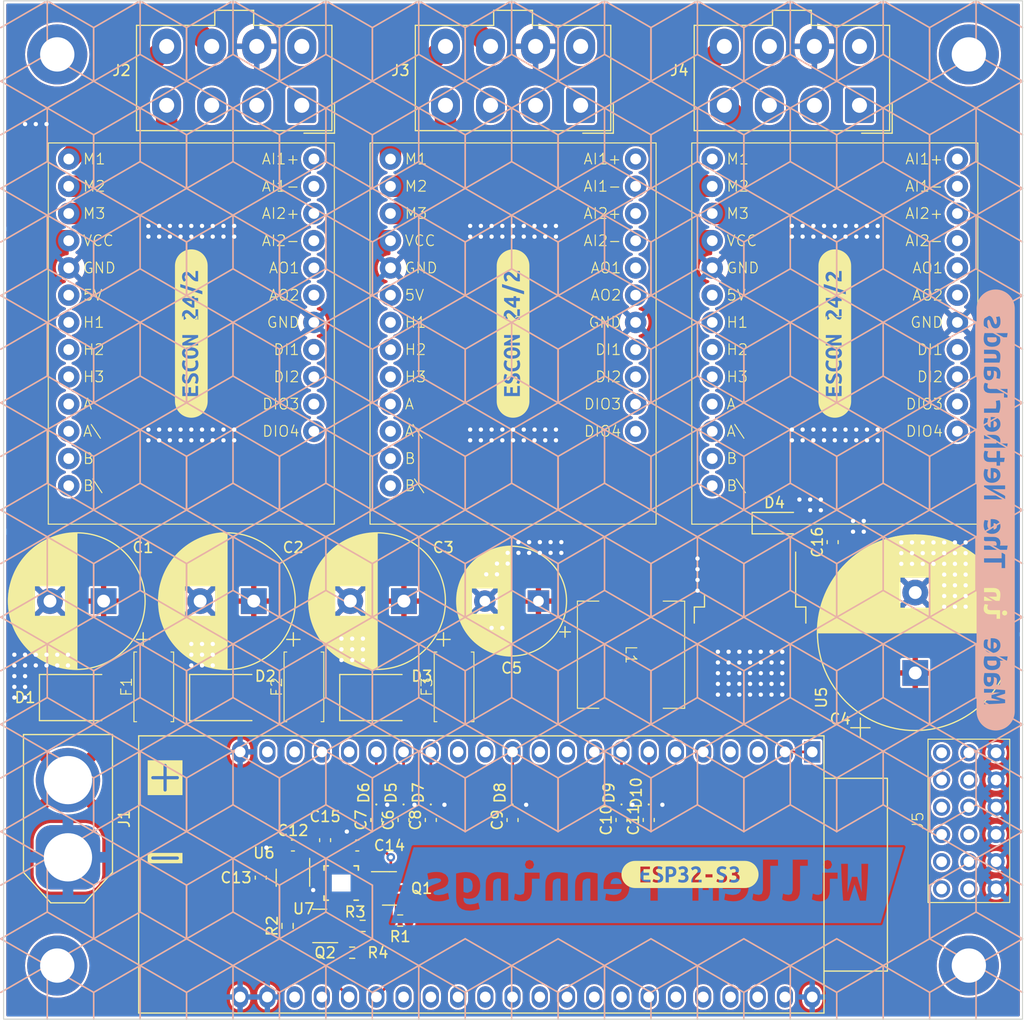
<source format=kicad_pcb>
(kicad_pcb (version 20221018) (generator pcbnew)
  (layers (0 "F.Cu" signal) (1 "In1.Cu" signal) (2 "In2.Cu" signal) (31 "B.Cu" signal) (34 "B.Paste" user) (35 "F.Paste" user) (36 "B.SilkS" user "B.Silkscreen") (37 "F.SilkS" user "F.Silkscreen") (38 "B.Mask" user) (39 "F.Mask" user) (44 "Edge.Cuts" user))
  (net 0 "")
  (net 1 "GND")
  (net 2 "VCC_M1")
  (net 3 "VCC_M2")
  (net 4 "VCC_M3")
  (net 5 "+24V")
  (net 6 "+5V")
  (net 7 "AO1_M1")
  (net 8 "AO2_M1")
  (net 9 "AO1_M2")
  (net 10 "AO2_M2")
  (net 11 "AO1_M3")
  (net 12 "AO2_M3")
  (net 13 "+1V8")
  (net 14 "Net-(U7-REGOUT)")
  (net 15 "Net-(D4-K)")
  (net 16 "H1_M1")
  (net 17 "H2_M1")
  (net 18 "5V_M1")
  (net 19 "P3_M1")
  (net 20 "H3_M1")
  (net 21 "P1_M1")
  (net 22 "P2_M1")
  (net 23 "H1_M2")
  (net 24 "H2_M2")
  (net 25 "5V_M2")
  (net 26 "P3_M2")
  (net 27 "H3_M2")
  (net 28 "P1_M2")
  (net 29 "P2_M2")
  (net 30 "H1_M3")
  (net 31 "H2_M3")
  (net 32 "5V_M3")
  (net 33 "P3_M3")
  (net 34 "H3_M3")
  (net 35 "P1_M3")
  (net 36 "P2_M3")
  (net 37 "SERVO1")
  (net 38 "SERVO2")
  (net 39 "SERVO3")
  (net 40 "SERVO4")
  (net 41 "SERVO5")
  (net 42 "SERVO6")
  (net 43 "SDA_1V8")
  (net 44 "SDA")
  (net 45 "SCL_1V8")
  (net 46 "SCL")
  (net 51 "+3V3")
  (net 52 "DI3_M1")
  (net 53 "DI2_M1")
  (net 63 "DI1_M1")
  (net 64 "DI3_M2")
  (net 65 "DI2_M2")
  (net 75 "DI1_M2")
  (net 76 "DI3_M3")
  (net 77 "DI2_M3")
  (net 83 "DI1_M3")
  (footprint "Diode_SMD:D_0402_1005Metric" (layer "F.Cu") (at 77.61208 93.88 90)
    (fp_text reference "D9")
    (fp_text value "D_TVS")
  )
  (footprint "Capacitor_SMD:C_0603_1608Metric" (layer "F.Cu") (at 77.61208 96.42 90)
    (fp_text reference "C10")
    (fp_text value "0.1uF")
  )
  (footprint "Package_TO_SOT_SMD:SOT-23-5" (layer "F.Cu") (at 46.975 101.8 -90)
    (fp_text reference "U6")
    (fp_text value "~")
  )
  (footprint "Diode_SMD:D_0402_1005Metric" (layer "F.Cu") (at 59.83208 93.88 90)
    (fp_text reference "D7")
    (fp_text value "D_TVS")
  )
  (footprint "Diode_SMD:D_SMB" (layer "F.Cu") (at 55 85)
    (fp_text reference "D3")
    (fp_text value "D_TVS")
  )
  (footprint "Diode_SMD:D_0402_1005Metric" (layer "F.Cu") (at 54.75208 93.88 90)
    (fp_text reference "D6")
    (fp_text value "D_TVS")
  )
  (footprint "PCM_Espressif:ESP32-S3-DevKitC" (layer "F.Cu") (at 95.39208 90.07 -90)
    (fp_text reference "U4" hide)
    (fp_text value "ESP32-S3-DevKitC" hide)
  )
  (footprint "Capacitor_SMD:C_0603_1608Metric" (layer "F.Cu") (at 52.975 98.8)
    (fp_text reference "C14")
    (fp_text value "0.1uF")
  )
  (footprint "Capacitor_SMD:C_0603_1608Metric" (layer "F.Cu") (at 54.75208 96.42 90)
    (fp_text reference "C7")
    (fp_text value "0.1uF")
  )
  (footprint "MountingHole:MountingHole_3.2mm_M3_DIN965_Pad" (layer "F.Cu") (at 110 110)
    (fp_text reference "H4" hide)
    (fp_text value "MountingHole")
  )
  (footprint "cube-motherboard:Escon_24" (layer "F.Cu") (at 37.5 50)
    (fp_text reference "U1")
    (fp_text value "Escon_24/2")
  )
  (footprint "Package_TO_SOT_SMD:SOT-23" (layer "F.Cu") (at 49.475 106.3 180)
    (fp_text reference "Q2")
    (fp_text value "BSS138")
  )
  (footprint "Connector_AMASS:AMASS_XT60-F_1x02_P7.20mm_Vertical" (layer "F.Cu") (at 26 99.9 90)
    (fp_text reference "J1")
    (fp_text value "Conn_01x02")
  )
  (footprint "Capacitor_THT:CP_Radial_D10.0mm_P5.00mm" (layer "F.Cu") (at 69.867677 76 180)
    (fp_text reference "C5")
    (fp_text value "C_Polarized")
  )
  (footprint "MountingHole:MountingHole_3.2mm_M3_DIN965_Pad" (layer "F.Cu") (at 25 25)
    (fp_text reference "H1" hide)
    (fp_text value "MountingHole")
  )
  (footprint "kibuzzard-65625B53" (layer "F.Cu") (at 37.5 51.04 90)
    (fp_text reference "kibuzzard-65625B53" hide)
    (fp_text value "G***" hide)
  )
  (footprint "Capacitor_SMD:C_0603_1608Metric" (layer "F.Cu") (at 59.83208 96.42 90)
    (fp_text reference "C8")
    (fp_text value "0.1uF")
  )
  (footprint "Diode_SMD:D_0402_1005Metric" (layer "F.Cu") (at 57.29208 93.88 90)
    (fp_text reference "D5")
    (fp_text value "D_TVS")
  )
  (footprint "Capacitor_SMD:C_0603_1608Metric" (layer "F.Cu") (at 57.29208 96.42 90)
    (fp_text reference "C6")
    (fp_text value "0.1uF")
  )
  (footprint "kibuzzard-65625B53" (layer "F.Cu") (at 97.5 51.04 90)
    (fp_text reference "kibuzzard-65625B53" hide)
    (fp_text value "G***" hide)
  )
  (footprint "cube-motherboard:PinHeader_03x06" (layer "F.Cu") (at 110 96.5 90)
    (fp_text reference "J5")
    (fp_text value "Conn_01x18" hide)
  )
  (footprint "Capacitor_SMD:C_0603_1608Metric" (layer "F.Cu") (at 43.975 101.8 90)
    (fp_text reference "C13")
    (fp_text value "10uF")
  )
  (footprint "Diode_SMD:D_0402_1005Metric" (layer "F.Cu") (at 67.45208 93.88 90)
    (fp_text reference "D8")
    (fp_text value "D_TVS")
  )
  (footprint "cube-motherboard:Littelfuse 0157004.DR" (layer "F.Cu") (at 62 84 90)
    (fp_text reference "F3")
    (fp_text value "Fuse")
  )
  (footprint "Sensor_Motion:InvenSense_QFN-24_3x3mm_P0.4mm" (layer "F.Cu") (at 51.475 102.3 180)
    (fp_text reference "U7")
    (fp_text value "ICM-20948")
  )
  (footprint "Resistor_SMD:R_0603_1608Metric" (layer "F.Cu") (at 53.475 106.3)
    (fp_text reference "R3")
    (fp_text value "10k")
  )
  (footprint "Capacitor_SMD:C_0603_1608Metric" (layer "F.Cu") (at 80.15208 96.42 90)
    (fp_text reference "C11")
    (fp_text value "0.1uF")
  )
  (footprint "Diode_SMD:D_SMB" (layer "F.Cu") (at 27 85)
    (fp_text reference "D1")
    (fp_text value "D_TVS")
  )
  (footprint "Diode_SMD:D_SMB" (layer "F.Cu") (at 41 85)
    (fp_text reference "D2")
    (fp_text value "D_TVS")
  )
  (footprint "Connector_Molex:Molex_Mini-Fit_Jr_5566-08A_2x04_P4.20mm_Vertical" (layer "F.Cu") (at 47.8 29.75 180)
    (fp_text reference "J2")
    (fp_text value "Conn_02x04_Top_Bottom")
  )
  (footprint "Diode_SMD:D_SOD-123F" (layer "F.Cu") (at 92 68.725)
    (fp_text reference "D4")
    (fp_text value "SS34")
  )
  (footprint "cube-motherboard:Littelfuse 0157004.DR" (layer "F.Cu") (at 34 84 90)
    (fp_text reference "F1")
    (fp_text value "Fuse")
  )
  (footprint "cube-motherboard:Escon_24" (layer "F.Cu") (at 67.5 50)
    (fp_text reference "U2")
    (fp_text value "Escon_24/2")
  )
  (footprint "Capacitor_THT:CP_Radial_D12.5mm_P5.00mm" (layer "F.Cu") (at 43.323959 76 180)
    (fp_text reference "C2")
    (fp_text value "C_Polarized")
  )
  (footprint "Connector_Molex:Molex_Mini-Fit_Jr_5566-08A_2x04_P4.20mm_Vertical" (layer "F.Cu") (at 73.8 29.75 180)
    (fp_text reference "J3")
    (fp_text value "Conn_02x04_Top_Bottom")
  )
  (footprint "Capacitor_THT:CP_Radial_D12.5mm_P5.00mm" (layer "F.Cu") (at 29.323959 76 180)
    (fp_text reference "C1")
    (fp_text value "C_Polarized")
  )
  (footprint "Capacitor_THT:CP_Radial_D18.0mm_P7.50mm" (layer "F.Cu") (at 105 82.70278 90)
    (fp_text reference "C4")
    (fp_text value "470uF 50V")
  )
  (footprint "Resistor_SMD:R_0603_1608Metric" (layer "F.Cu") (at 52.5 108.8 180)
    (fp_text reference "R4")
    (fp_text value "10k")
  )
  (footprint "Capacitor_THT:CP_Radial_D12.5mm_P5.00mm" (layer "F.Cu") (at 57.323959 76 180)
    (fp_text reference "C3")
    (fp_text value "C_Polarized")
  )
  (footprint "cube-motherboard:Escon_24" (layer "F.Cu") (at 97.5 50)
    (fp_text reference "U3")
    (fp_text value "Escon_24/2")
  )
  (footprint "Capacitor_SMD:C_0603_1608Metric" (layer "F.Cu") (at 67.45208 96.42 90)
    (fp_text reference "C9")
    (fp_text value "0.1uF")
  )
  (footprint "cube-motherboard:Bourns SRP1050WA-680M" (layer "F.Cu") (at 78.5 81 -90)
    (fp_text reference "L1")
    (fp_text value "68 uH")
  )
  (footprint "Capacitor_SMD:C_0603_1608Metric" (layer "F.Cu") (at 97.3 70.5 90)
    (fp_text reference "C16")
    (fp_text value "0.1uF 50V")
  )
  (footprint "MountingHole:MountingHole_3.2mm_M3_DIN965_Pad" (layer "F.Cu") (at 25 110)
    (fp_text reference "H3" hide)
    (fp_text value "MountingHole")
  )
  (footprint "Resistor_SMD:R_0603_1608Metric" (layer "F.Cu") (at 56.975 105.8)
    (fp_text reference "R1")
    (fp_text value "10k")
  )
  (footprint "kibuzzard-65625B53" (layer "F.Cu") (at 67.5 51.04 90)
    (fp_text reference "kibuzzard-65625B53" hide)
    (fp_text value "G***" hide)
  )
  (footprint "kibuzzard-65625B38" (layer "F.Cu") (at 84 101.5)
    (fp_text reference "kibuzzard-65625B38" hide)
    (fp_text value "G***" hide)
  )
  (footprint "Capacitor_SMD:C_0603_1608Metric" (layer "F.Cu") (at 49.975 98.3 90)
    (fp_text reference "C15")
    (fp_text value "0.1uF")
  )
  (footprint "Resistor_SMD:R_0603_1608Metric" (layer "F.Cu") (at 46.475 106.3 90)
    (fp_text reference "R2")
    (fp_text value "10k")
  )
  (footprint "Capacitor_SMD:C_0603_1608Metric" (layer "F.Cu") (at 46.975 98.8 180)
    (fp_text reference "C12")
    (fp_text value "10uF")
  )
  (footprint "Package_TO_SOT_SMD:SOT-23" (layer "F.Cu") (at 55.975 102.8)
    (fp_text reference "Q1")
    (fp_text value "BSS138")
  )
  (footprint "Package_TO_SOT_SMD:TO-263-5_TabPin3" (layer "F.Cu") (at 89.6 81.375 -90)
    (fp_text reference "U5")
    (fp_text value "LM2596S-5")
  )
  (footprint "Connector_Molex:Molex_Mini-Fit_Jr_5566-08A_2x04_P4.20mm_Vertical" (layer "F.Cu") (at 99.8 29.75 180)
    (fp_text reference "J4")
    (fp_text value "Conn_02x04_Top_Bottom")
  )
  (footprint "MountingHole:MountingHole_3.2mm_M3_DIN965_Pad" (layer "F.Cu") (at 110 25)
    (fp_text reference "H2" hide)
    (fp_text value "MountingHole")
  )
  (footprint "Diode_SMD:D_0402_1005Metric" (layer "F.Cu") (at 80.15208 93.88 90)
    (fp_text reference "D10")
    (fp_text value "D_TVS")
  )
  (footprint "cube-motherboard:Littelfuse 0157004.DR" (layer "F.Cu") (at 48 84 90)
    (fp_text reference "F2")
    (fp_text value "Fuse")
  )
  (footprint "kibuzzard-65625AD1" (layer "B.Cu") (at 80 102.5 180)
    (fp_text reference "kibuzzard-65625AD1" hide)
    (fp_text value "G***" hide)
  )
  (footprint "kibuzzard-656267AE" (layer "B.Cu") (at 112.5 67.5 90)
    (fp_text reference "kibuzzard-656267AE" hide)
    (fp_text value "G***" hide)
  )
  (gr_line (start 37.057714 112.5) (end 41.387841 110) (stroke (width 0.15)) (layer "B.SilkS"))
  (gr_line (start 28.39746 72.5) (end 32.727587 70) (stroke (width 0.15)) (layer "B.SilkS"))
  (gr_line (start 89.019238 62.5) (end 89.019238 67.5) (stroke (width 0.15)) (layer "B.SilkS"))
  (gr_line (start 110.669873 110) (end 106.339746 107.5) (stroke (width 0.15)) (layer "B.SilkS"))
  (gr_line (start 110.669873 45) (end 115 47.5) (stroke (width 0.15)) (layer "B.SilkS"))
  (gr_line (start 110.669873 90) (end 115 92.5) (stroke (width 0.15)) (layer "B.SilkS"))
  (gr_line (start 58.708349 40) (end 63.038476 42.5) (stroke (width 0.15)) (layer "B.SilkS"))
  (gr_line (start 58.708349 90) (end 58.708349 95) (stroke (width 0.15)) (layer "B.SilkS"))
  (gr_line (start 28.39746 97.5) (end 24.067333 100) (stroke (width 0.15)) (layer "B.SilkS"))
  (gr_line (start 110.669873 90) (end 110.669873 95) (stroke (width 0.15)) (layer "B.SilkS"))
  (gr_line (start 110.669873 55) (end 115 57.5) (stroke (width 0.15)) (layer "B.SilkS"))
  (gr_line (start 41.387841 25) (end 45.717968 27.5) (stroke (width 0.15)) (layer "B.SilkS"))
  (gr_line (start 80.358984 27.5) (end 76.028857 30) (stroke (width 0.15)) (layer "B.SilkS"))
  (gr_line (start 97.679492 22.5) (end 102.009619 20) (stroke (width 0.15)) (layer "B.SilkS"))
  (gr_line (start 84.689111 60) (end 89.019238 62.5) (stroke (width 0.15)) (layer "B.SilkS"))
  (gr_line (start 89.019238 27.5) (end 84.689111 30) (stroke (width 0.15)) (layer "B.SilkS"))
  (gr_line (start 58.708349 70) (end 58.708349 75) (stroke (width 0.15)) (layer "B.SilkS"))
  (gr_line (start 37.057714 72.5) (end 41.387841 70) (stroke (width 0.15)) (layer "B.SilkS"))
  (gr_line (start 76.028857 110) (end 76.028857 115) (stroke (width 0.15)) (layer "B.SilkS"))
  (gr_line (start 110.669873 45) (end 106.339746 47.5) (stroke (width 0.15)) (layer "B.SilkS"))
  (gr_line (start 76.028857 85) (end 80.358984 87.5) (stroke (width 0.15)) (layer "B.SilkS"))
  (gr_line (start 41.387841 80) (end 45.717968 82.5) (stroke (width 0.15)) (layer "B.SilkS"))
  (gr_line (start 50.048095 85) (end 54.378222 87.5) (stroke (width 0.15)) (layer "B.SilkS"))
  (gr_line (start 106.339746 82.5) (end 106.339746 87.5) (stroke (width 0.15)) (layer "B.SilkS"))
  (gr_line (start 24.067333 45) (end 19.737206 47.5) (stroke (width 0.15)) (layer "B.SilkS"))
  (gr_line (start 24.067333 45) (end 28.39746 47.5) (stroke (width 0.15)) (layer "B.SilkS"))
  (gr_line (start 54.378222 52.5) (end 58.708349 50) (stroke (width 0.15)) (layer "B.SilkS"))
  (gr_line (start 67.368603 40) (end 67.368603 45) (stroke (width 0.15)) (layer "B.SilkS"))
  (gr_line (start 76.028857 40) (end 76.028857 45) (stroke (width 0.15)) (layer "B.SilkS"))
  (gr_line (start 24.067333 35) (end 19.737206 37.5) (stroke (width 0.15)) (layer "B.SilkS"))
  (gr_line (start 24.067333 40) (end 28.39746 42.5) (stroke (width 0.15)) (layer "B.SilkS"))
  (gr_line (start 93.349365 35) (end 97.679492 37.5) (stroke (width 0.15)) (layer "B.SilkS"))
  (gr_line (start 32.727587 45) (end 28.39746 47.5) (stroke (width 0.15)) (layer "B.SilkS"))
  (gr_line (start 76.028857 40) (end 80.358984 42.5) (stroke (width 0.15)) (layer "B.SilkS"))
  (gr_line (start 106.339746 107.5) (end 102.009619 110) (stroke (width 0.15)) (layer "B.SilkS"))
  (gr_line (start 80.358984 52.5) (end 84.689111 50) (stroke (width 0.15)) (layer "B.SilkS"))
  (gr_line (start 58.708349 35) (end 63.038476 37.5) (stroke (width 0.15)) (layer "B.SilkS"))
  (gr_line (start 37.057714 67.5) (end 32.727587 70) (stroke (width 0.15)) (layer "B.SilkS"))
  (gr_line (start 67.368603 40) (end 63.038476 37.5) (stroke (width 0.15)) (layer "B.SilkS"))
  (gr_line (start 110.669873 50) (end 110.669873 55) (stroke (width 0.15)) (layer "B.SilkS"))
  (gr_line (start 93.349365 80) (end 89.019238 77.5) (stroke (width 0.15)) (layer "B.SilkS"))
  (gr_line (start 58.708349 40) (end 58.708349 45) (stroke (width 0.15)) (layer "B.SilkS"))
  (gr_line (start 19.737206 112.5) (end 24.067333 110) (stroke (width 0.15)) (layer "B.SilkS"))
  (gr_line (start 102.009619 35) (end 106.339746 37.5) (stroke (width 0.15)) (layer "B.SilkS"))
  (gr_line (start 93.349365 110) (end 93.349365 115) (stroke (width 0.15)) (layer "B.SilkS"))
  (gr_line (start 28.39746 107.5) (end 24.067333 110) (stroke (width 0.15)) (layer "B.SilkS"))
  (gr_line (start 32.727587 50) (end 28.39746 47.5) (stroke (width 0.15)) (layer "B.SilkS"))
  (gr_line (start 24.067333 65) (end 28.39746 67.5) (stroke (width 0.15)) (layer "B.SilkS"))
  (gr_line (start 110.669873 50) (end 106.339746 47.5) (stroke (width 0.15)) (layer "B.SilkS"))
  (gr_line (start 97.679492 47.5) (end 97.679492 42.5) (stroke (width 0.15)) (layer "B.SilkS"))
  (gr_line (start 41.387841 60) (end 41.387841 65) (stroke (width 0.15)) (layer "B.SilkS"))
  (gr_line (start 84.689111 70) (end 84.689111 75) (stroke (width 0.15)) (layer "B.SilkS"))
  (gr_line (start 24.067333 60) (end 24.067333 65) (stroke (width 0.15)) (layer "B.SilkS"))
  (gr_line (start 93.349365 70) (end 97.679492 72.5) (stroke (width 0.15)) (layer "B.SilkS"))
  (gr_line (start 76.028857 30) (end 76.028857 35) (stroke (width 0.15)) (layer "B.SilkS"))
  (gr_line (start 58.708349 25) (end 63.038476 27.5) (stroke (width 0.15)) (layer "B.SilkS"))
  (gr_line (start 45.717968 72.5) (end 45.717968 77.5) (stroke (width 0.15)) (layer "B.SilkS"))
  (gr_line (start 80.358984 62.5) (end 80.358984 67.5) (stroke (width 0.15)) (layer "B.SilkS"))
  (gr_line (start 71.69873 92.5) (end 76.028857 90) (stroke (width 0.15)) (layer "B.SilkS"))
  (gr_line (start 110.669873 70) (end 110.669873 75) (stroke (width 0.15)) (layer "B.SilkS"))
  (gr_line (start 84.689111 60) (end 84.689111 65) (stroke (width 0.15)) (layer "B.SilkS"))
  (gr_line (start 84.689111 95) (end 80.358984 97.5) (stroke (width 0.15)) (layer "B.SilkS"))
  (gr_line (start 89.019238 72.5) (end 93.349365 70) (stroke (width 0.15)) (layer "B.SilkS"))
  (gr_line (start 24.067333 100) (end 19.737206 97.5) (stroke (width 0.15)) (layer "B.SilkS"))
  (gr_line (start 106.339746 77.5) (end 106.339746 72.5) (stroke (width 0.15)) (layer "B.SilkS"))
  (gr_line (start 32.727587 90) (end 32.727587 95) (stroke (width 0.15)) (layer "B.SilkS"))
  (gr_line (start 89.019238 72.5) (end 89.019238 77.5) (stroke (width 0.15)) (layer "B.SilkS"))
  (gr_line (start 24.067333 75) (end 19.737206 77.5) (stroke (width 0.15)) (layer "B.SilkS"))
  (gr_line (start 80.358984 57.5) (end 80.358984 52.5) (stroke (width 0.15)) (layer "B.SilkS"))
  (gr_line (start 115 57.5) (end 110.669873 60) (stroke (width 0.15)) (layer "B.SilkS"))
  (gr_line (start 50.048095 30) (end 50.048095 35) (stroke (width 0.15)) (layer "B.SilkS"))
  (gr_line (start 45.717968 27.5) (end 45.717968 22.5) (stroke (width 0.15)) (layer "B.SilkS"))
  (gr_line (start 71.69873 52.5) (end 76.028857 50) (stroke (width 0.15)) (layer "B.SilkS"))
  (gr_line (start 71.69873 22.5) (end 71.69873 27.5) (stroke (width 0.15)) (layer "B.SilkS"))
  (gr_line (start 102.009619 45) (end 106.339746 47.5) (stroke (width 0.15)) (layer "B.SilkS"))
  (gr_line (start 89.019238 87.5) (end 89.019238 82.5) (stroke (width 0.15)) (layer "B.SilkS"))
  (gr_line (start 50.048095 45) (end 45.717968 47.5) (stroke (width 0.15)) (layer "B.SilkS"))
  (gr_line (start 110.669873 20) (end 115 22.5) (stroke (width 0.15)) (layer "B.SilkS"))
  (gr_line (start 24.067333 100) (end 28.39746 102.5) (stroke (width 0.15)) (layer "B.SilkS"))
  (gr_line (start 89.019238 92.5) (end 93.349365 90) (stroke (width 0.15)) (layer "B.SilkS"))
  (gr_line (start 93.349365 110) (end 89.019238 107.5) (stroke (width 0.15)) (layer "B.SilkS"))
  (gr_line (start 76.028857 65) (end 80.358984 67.5) (stroke (width 0.15)) (layer "B.SilkS"))
  (gr_line (start 41.387841 75) (end 45.717968 77.5) (stroke (width 0.15)) (layer "B.SilkS"))
  (gr_line (start 63.038476 82.5) (end 63.038476 87.5) (stroke (width 0.15)) (layer "B.SilkS"))
  (gr_line (start 19.737206 32.5) (end 24.067333 30) (stroke (width 0.15)) (layer "B.SilkS"))
  (gr_line (start 50.048095 90) (end 45.717968 87.5) (stroke (width 0.15)) (layer "B.SilkS"))
  (gr_line (start 54.378222 57.5) (end 54.378222 52.5) (stroke (width 0.15)) (layer "B.SilkS"))
  (gr_line (start 110.669873 110) (end 115 112.5) (stroke (width 0.15)) (layer "B.SilkS"))
  (gr_line (start 50.048095 40) (end 45.717968 37.5) (stroke (width 0.15)) (layer "B.SilkS"))
  (gr_line (start 110.669873 100) (end 115 102.5) (stroke (width 0.15)) (layer "B.SilkS"))
  (gr_line (start 67.368603 50) (end 63.038476 47.5) (stroke (width 0.15)) (layer "B.SilkS"))
  (gr_line (start 32.727587 95) (end 28.39746 97.5) (stroke (width 0.15)) (layer "B.SilkS"))
  (gr_line (start 76.028857 80) (end 80.358984 82.5) (stroke (width 0.15)) (layer "B.SilkS"))
  (gr_line (start 63.038476 62.5) (end 67.368603 60) (stroke (width 0.15)) (layer "B.SilkS"))
  (gr_line (start 54.378222 107.5) (end 50.048095 110) (stroke (width 0.15)) (layer "B.SilkS"))
  (gr_line (start 50.048095 100) (end 50.048095 105) (stroke (width 0.15)) (layer "B.SilkS"))
  (gr_line (start 37.057714 115) (end 37.057714 112.5) (stroke (width 0.15)) (layer "B.SilkS"))
  (gr_line (start 89.019238 37.5) (end 89.019238 32.5) (stroke (width 0.15)) (layer "B.SilkS"))
  (gr_line (start 89.019238 82.5) (end 89.019238 87.5) (stroke (width 0.15)) (layer "B.SilkS"))
  (gr_line (start 37.057714 82.5) (end 41.387841 80) (stroke (width 0.15)) (layer "B.SilkS"))
  (gr_line (start 41.387841 110) (end 45.717968 112.5) (stroke (width 0.15)) (layer "B.SilkS"))
  (gr_line (start 63.038476 115) (end 63.038476 112.5) (stroke (width 0.15)) (layer "B.SilkS"))
  (gr_line (start 45.717968 107.5) (end 45.717968 102.5) (stroke (width 0.15)) (layer "B.SilkS"))
  (gr_line (start 106.339746 107.5) (end 106.339746 102.5) (stroke (width 0.15)) (layer "B.SilkS"))
  (gr_line (start 28.39746 67.5) (end 24.067333 70) (stroke (width 0.15)) (layer "B.SilkS"))
  (gr_line (start 32.727587 95) (end 37.057714 97.5) (stroke (width 0.15)) (layer "B.SilkS"))
  (gr_line (start 58.708349 85) (end 63.038476 87.5) (stroke (width 0.15)) (layer "B.SilkS"))
  (gr_line (start 93.349365 90) (end 93.349365 95) (stroke (width 0.15)) (layer "B.SilkS"))
  (gr_line (start 80.358984 32.5) (end 84.689111 30) (stroke (width 0.15)) (layer "B.SilkS"))
  (gr_line (start 41.387841 60) (end 37.057714 57.5) (stroke (width 0.15)) (layer "B.SilkS"))
  (gr_line (start 110.669873 30) (end 110.669873 35) (stroke (width 0.15)) (layer "B.SilkS"))
  (gr_line (start 45.717968 57.5) (end 45.717968 52.5) (stroke (width 0.15)) (layer "B.SilkS"))
  (gr_line (start 97.679492 87.5) (end 97.679492 82.5) (stroke (width 0.15)) (layer "B.SilkS"))
  (gr_line (start 67.368603 95) (end 71.69873 97.5) (stroke (width 0.15)) (layer "B.SilkS"))
  (gr_line (start 102.009619 75) (end 97.679492 77.5) (stroke (width 0.15)) (layer "B.SilkS"))
  (gr_line (start 106.339746 32.5) (end 110.669873 30) (stroke (width 0.15)) (layer "B.SilkS"))
  (gr_line (start 54.378222 27.5) (end 50.048095 30) (stroke (width 0.15)) (layer "B.SilkS"))
  (gr_line (start 93.349365 50) (end 89.019238 47.5) (stroke (width 0.15)) (layer "B.SilkS"))
  (gr_line (start 106.339746 72.5) (end 110.669873 70) (stroke (width 0.15)) (layer "B.SilkS"))
  (gr_line (start 63.038476 32.5) (end 63.038476 37.5) (stroke (width 0.15)) (layer "B.SilkS"))
  (gr_line (start 84.689111 25) (end 80.358984 27.5) (stroke (width 0.15)) (layer "B.SilkS"))
  (gr_line (start 41.387841 110) (end 41.387841 115) (stroke (width 0.15)) (layer "B.SilkS"))
  (gr_line (start 84.689111 50) (end 80.358984 47.5) (stroke (width 0.15)) (layer "B.SilkS"))
  (gr_line (start 97.679492 22.5) (end 97.679492 27.5) (stroke (width 0.15)) (layer "B.SilkS"))
  (gr_line (start 28.39746 32.5) (end 32.727587 30) (stroke (width 0.15)) (layer "B.SilkS"))
  (gr_line (start 76.028857 20) (end 76.028857 25) (stroke (width 0.15)) (layer "B.SilkS"))
  (gr_line (start 24.067333 60) (end 28.39746 62.5) (stroke (width 0.15)) (layer "B.SilkS"))
  (gr_line (start 41.387841 90) (end 41.387841 95) (stroke (width 0.15)) (layer "B.SilkS"))
  (gr_line (start 76.028857 50) (end 76.028857 55) (stroke (width 0.15)) (layer "B.SilkS"))
  (gr_line (start 28.39746 77.5) (end 24.067333 80) (stroke (width 0.15)) (layer "B.SilkS"))
  (gr_line (start 84.689111 55) (end 80.358984 57.5) (stroke (width 0.15)) (layer "B.SilkS"))
  (gr_line (start 28.39746 112.5) (end 32.727587 110) (stroke (width 0.15)) (layer "B.SilkS"))
  (gr_line (start 106.339746 62.5) (end 106.339746 67.5) (stroke (width 0.15)) (layer "B.SilkS"))
  (gr_line (start 37.057714 72.5) (end 37.057714 77.5) (stroke (width 0.15)) (layer "B.SilkS"))
  (gr_line (start 80.358984 32.5) (end 80.358984 37.5) (stroke (width 0.15)) (layer "B.SilkS"))
  (gr_line (start 50.048095 25) (end 45.717968 27.5) (stroke (width 0.15)) (layer "B.SilkS"))
  (gr_line (start 84.689111 25) (end 89.019238 27.5) (stroke (width 0.15)) (layer "B.SilkS"))
  (gr_line (start 89.019238 52.5) (end 89.019238 57.5) (stroke (width 0.15)) (layer "B.SilkS"))
  (gr_line (start 80.358984 87.5) (end 76.028857 90) (stroke (width 0.15)) (layer "B.SilkS"))
  (gr_line (start 28.39746 42.5) (end 32.727587 40) (stroke (width 0.15)) (layer "B.SilkS"))
  (gr_line (start 97.679492 67.5) (end 93.349365 70) (stroke (width 0.15)) (layer "B.SilkS"))
  (gr_line (start 93.349365 85) (end 97.679492 87.5) (stroke (width 0.15)) (layer "B.SilkS"))
  (gr_line (start 24.067333 90) (end 19.737206 87.5) (stroke (width 0.15)) (layer "B.SilkS"))
  (gr_line (start 106.339746 22.5) (end 110.669873 20) (stroke (width 0.15)) (layer "B.SilkS"))
  (gr_line (start 58.708349 110) (end 63.038476 112.5) (stroke (width 0.15)) (layer "B.SilkS"))
  (gr_line (start 37.057714 27.5) (end 37.057714 22.5) (stroke (width 0.15)) (layer "B.SilkS"))
  (gr_line (start 58.708349 25) (end 54.378222 27.5) (stroke (width 0.15)) (layer "B.SilkS"))
  (gr_line (start 84.689111 95) (end 89.019238 97.5) (stroke (width 0.15)) (layer "B.SilkS"))
  (gr_line (start 28.39746 87.5) (end 28.39746 82.5) (stroke (width 0.15)) (layer "B.SilkS"))
  (gr_line (start 24.067333 70) (end 28.39746 72.5) (stroke (width 0.15)) (layer "B.SilkS"))
  (gr_line (start 71.69873 52.5) (end 71.69873 57.5) (stroke (width 0.15)) (layer "B.SilkS"))
  (gr_line (start 67.368603 35) (end 63.038476 37.5) (stroke (width 0.15)) (layer "B.SilkS"))
  (gr_line (start 45.717968 62.5) (end 45.717968 67.5) (stroke (width 0.15)) (layer "B.SilkS"))
  (gr_line (start 63.038476 97.5) (end 63.038476 92.5) (stroke (width 0.15)) (layer "B.SilkS"))
  (gr_line (start 80.358984 92.5) (end 84.689111 90) (stroke (width 0.15)) (layer "B.SilkS"))
  (gr_line (start 54.378222 82.5) (end 58.708349 80) (stroke (width 0.15)) (layer "B.SilkS"))
  (gr_line (start 41.387841 35) (end 45.717968 37.5) (stroke (width 0.15)) (layer "B.SilkS"))
  (gr_line (start 37.057714 47.5) (end 32.727587 50) (stroke (width 0.15)) (layer "B.SilkS"))
  (gr_line (start 93.349365 85) (end 89.019238 87.5) (stroke (width 0.15)) (layer "B.SilkS"))
  (gr_line (start 50.048095 70) (end 50.048095 75) (stroke (width 0.15)) (layer "B.SilkS"))
  (gr_line (start 89.019238 47.5) (end 89.019238 42.5) (stroke (width 0.15)) (layer "B.SilkS"))
  (gr_line (start 106.339746 67.5) (end 106.339746 62.5) (stroke (width 0.15)) (layer "B.SilkS"))
  (gr_line (start 63.038476 52.5) (end 63.038476 57.5) (stroke (width 0.15)) (layer "B.SilkS"))
  (gr_line (start 89.019238 32.5) (end 93.349365 30) (stroke (width 0.15)) (layer "B.SilkS"))
  (gr_line (start 80.358984 72.5) (end 84.689111 70) (stroke (width 0.15)) (layer "B.SilkS"))
  (gr_line (start 32.727587 20) (end 37.057714 22.5) (stroke (width 0.15)) (layer "B.SilkS"))
  (gr_line (start 80.358984 22.5) (end 80.358984 27.5) (stroke (width 0.15)) (layer "B.SilkS"))
  (gr_line (start 110.669873 65) (end 106.339746 67.5) (stroke (width 0.15)) (layer "B.SilkS"))
  (gr_line (start 45.717968 52.5) (end 45.717968 57.5) (stroke (width 0.15)) (layer "B.SilkS"))
  (gr_line (start 54.378222 82.5) (end 54.378222 87.5) (stroke (width 0.15)) (layer "B.SilkS"))
  (gr_line (start 106.339746 42.5) (end 106.339746 47.5) (stroke (width 0.15)) (layer "B.SilkS"))
  (gr_line (start 102.009619 80) (end 106.339746 82.5) (stroke (width 0.15)) (layer "B.SilkS"))
  (gr_line (start 102.009619 60) (end 97.679492 57.5) (stroke (width 0.15)) (layer "B.SilkS"))
  (gr_line (start 67.368603 85) (end 63.038476 87.5) (stroke (width 0.15)) (layer "B.SilkS"))
  (gr_line (start 110.669873 105) (end 106.339746 107.5) (stroke (width 0.15)) (layer "B.SilkS"))
  (gr_line (start 106.339746 37.5) (end 102.009619 40) (stroke (width 0.15)) (layer "B.SilkS"))
  (gr_line (start 24.067333 105) (end 19.737206 107.5) (stroke (width 0.15)) (layer "B.SilkS"))
  (gr_line (start 24.067333 60) (end 19.737206 57.5) (stroke (width 0.15)) (layer "B.SilkS"))
  (gr_line (start 110.669873 35) (end 106.339746 37.5) (stroke (width 0.15)) (layer "B.SilkS"))
  (gr_line (start 28.39746 82.5) (end 28.39746 87.5) (stroke (width 0.15)) (layer "B.SilkS"))
  (gr_line (start 41.387841 45) (end 45.717968 47.5) (stroke (width 0.15)) (layer "B.SilkS"))
  (gr_line (start 37.057714 97.5) (end 37.057714 92.5) (stroke (width 0.15)) (layer "B.SilkS"))
  (gr_line (start 97.679492 67.5) (end 97.679492 62.5) (stroke (width 0.15)) (layer "B.SilkS"))
  (gr_line (start 93.349365 25) (end 89.019238 27.5) (stroke (width 0.15)) (layer "B.SilkS"))
  (gr_line (start 71.69873 82.5) (end 76.028857 80) (stroke (width 0.15)) (layer "B.SilkS"))
  (gr_line (start 37.057714 92.5) (end 41.387841 90) (stroke (width 0.15)) (layer "B.SilkS"))
  (gr_line (start 37.057714 52.5) (end 41.387841 50) (stroke (width 0.15)) (layer "B.SilkS"))
  (gr_line (start 63.038476 87.5) (end 63.038476 82.5) (stroke (width 0.15)) (layer "B.SilkS"))
  (gr_line (start 80.358984 92.5) (end 80.358984 97.5) (stroke (width 0.15)) (layer "B.SilkS"))
  (gr_line (start 93.349365 20) (end 97.679492 22.5) (stroke (width 0.15)) (layer "B.SilkS"))
  (gr_line (start 110.669873 60) (end 110.669873 65) (stroke (width 0.15)) (layer "B.SilkS"))
  (gr_line (start 71.69873 32.5) (end 76.028857 30) (stroke (width 0.15)) (layer "B.SilkS"))
  (gr_line (start 106.339746 42.5) (end 110.669873 40) (stroke (width 0.15)) (layer "B.SilkS"))
  (gr_line (start 115 107.5) (end 110.669873 110) (stroke (width 0.15)) (layer "B.SilkS"))
  (gr_line (start 97.679492 82.5) (end 102.009619 80) (stroke (width 0.15)) (layer "B.SilkS"))
  (gr_line (start 71.69873 77.5) (end 71.69873 72.5) (stroke (width 0.15)) (layer "B.SilkS"))
  (gr_line (start 93.349365 60) (end 97.679492 62.5) (stroke (width 0.15)) (layer "B.SilkS"))
  (gr_line (start 41.387841 50) (end 45.717968 52.5) (stroke (width 0.15)) (layer "B.SilkS"))
  (gr_line (start 110.669873 85) (end 106.339746 87.5) (stroke (width 0.15)) (layer "B.SilkS"))
  (gr_line (start 24.067333 80) (end 19.737206 77.5) (stroke (width 0.15)) (layer "B.SilkS"))
  (gr_line (start 50.048095 50) (end 50.048095 55) (stroke (width 0.15)) (layer "B.SilkS"))
  (gr_line (start 32.727587 40) (end 28.39746 37.5) (stroke (width 0.15)) (layer "B.SilkS"))
  (gr_line (start 102.009619 85) (end 106.339746 87.5) (stroke (width 0.15)) (layer "B.SilkS"))
  (gr_line (start 110.669873 60) (end 115 62.5) (stroke (width 0.15)) (layer "B.SilkS"))
  (gr_line (start 97.679492 62.5) (end 102.009619 60) (stroke (width 0.15)) (layer "B.SilkS"))
  (gr_line (start 58.708349 60) (end 54.378222 57.5) (stroke (width 0.15)) (layer "B.SilkS"))
  (gr_line (start 63.038476 92.5) (end 67.368603 90) (stroke (width 0.15)) (layer "B.SilkS"))
  (gr_line (start 50.048095 55) (end 54.378222 57.5) (stroke (width 0.15)) (layer "B.SilkS"))
  (gr_line (start 97.679492 72.5) (end 97.679492 77.5) (stroke (width 0.15)) (layer "B.SilkS"))
  (gr_line (start 110.669873 25) (end 115 27.5) (stroke (width 0.15)) (layer "B.SilkS"))
  (gr_line (start 37.057714 107.5) (end 32.727587 110) (stroke (width 0.15)) (layer "B.SilkS"))
  (gr_line (start 54.378222 37.5) (end 50.048095 40) (stroke (width 0.15)) (layer "B.SilkS"))
  (gr_line (start 80.358984 52.5) (end 80.358984 57.5) (stroke (width 0.15)) (layer "B.SilkS"))
  (gr_line (start 110.669873 55) (end 106.339746 57.5) (stroke (width 0.15)) (layer "B.SilkS"))
  (gr_line (start 67.368603 30) (end 71.69873 32.5) (stroke (width 0.15)) (layer "B.SilkS"))
  (gr_line (start 45.717968 42.5) (end 45.717968 47.5) (stroke (width 0.15)) (layer "B.SilkS"))
  (gr_line (start 50.048095 105) (end 45.717968 107.5) (stroke (width 0.15)) (layer "B.SilkS"))
  (gr_line (start 19.737206 62.5) (end 24.067333 60) (stroke (width 0.15)) (layer "B.SilkS"))
  (gr_line (start 80.358984 82.5) (end 84.689111 80) (stroke (width 0.15)) (layer "B.SilkS"))
  (gr_line (start 76.028857 75) (end 71.69873 77.5) (stroke (width 0.15)) (layer "B.SilkS"))
  (gr_line (start 37.057714 57.5) (end 32.727587 60) (stroke (width 0.15)) (layer "B.SilkS"))
  (gr_line (start 32.727587 85) (end 28.39746 87.5) (stroke (width 0.15)) (layer "B.SilkS"))
  (gr_line (start 63.038476 77.5) (end 58.708349 80) (stroke (width 0.15)) (layer "B.SilkS"))
  (gr_line (start 71.69873 62.5) (end 71.69873 67.5) (stroke (width 0.15)) (layer "B.SilkS"))
  (gr_line (start 32.727587 45) (end 37.057714 47.5) (stroke (width 0.15)) (layer "B.SilkS"))
  (gr_line (start 93.349365 50) (end 97.679492 52.5) (stroke (width 0.15)) (layer "B.SilkS"))
  (gr_line (start 84.689111 20) (end 89.019238 22.5) (stroke (width 0.15)) (layer "B.SilkS"))
  (gr_line (start 28.39746 115) (end 28.39746 112.5) (stroke (width 0.15)) (layer "B.SilkS"))
  (gr_line (start 102.009619 95) (end 106.339746 97.5) (stroke (width 0.15)) (layer "B.SilkS"))
  (gr_line (start 71.69873 27.5) (end 67.368603 30) (stroke (width 0.15)) (layer "B.SilkS"))
  (gr_line (start 84.689111 30) (end 89.019238 32.5) (stroke (width 0.15)) (layer "B.SilkS"))
  (gr_line (start 54.378222 77.5) (end 50.048095 80) (stroke (width 0.15)) (layer "B.SilkS"))
  (gr_line (start 106.339746 47.5) (end 102.009619 50) (stroke (width 0.15)) (layer "B.SilkS"))
  (gr_line (start 24.067333 110) (end 19.737206 107.5) (stroke (width 0.15)) (layer "B.SilkS"))
  (gr_line (start 84.689111 85) (end 89.019238 87.5) (stroke (width 0.15)) (layer "B.SilkS"))
  (gr_line (start 50.048095 70) (end 54.378222 72.5) (stroke (width 0.15)) (layer "B.SilkS"))
  (gr_line (start 63.038476 27.5) (end 63.038476 22.5) (stroke (width 0.15)) (layer "B.SilkS"))
  (gr_line (start 84.689111 30) (end 84.689111 35) (stroke (width 0.15)) (layer "B.SilkS"))
  (gr_line (start 41.387841 95) (end 45.717968 97.5) (stroke (width 0.15)) (layer "B.SilkS"))
  (gr_line (start 80.358984 47.5) (end 80.358984 42.5) (stroke (width 0.15)) (layer "B.SilkS"))
  (gr_line (start 110.669873 40) (end 106.339746 37.5) (stroke (width 0.15)) (layer "B.SilkS"))
  (gr_line (start 67.368603 70) (end 67.368603 75) (stroke (width 0.15)) (layer "B.SilkS"))
  (gr_line (start 93.349365 40) (end 97.679492 42.5) (stroke (width 0.15)) (layer "B.SilkS"))
  (gr_line (start 24.067333 85) (end 19.737206 87.5) (stroke (width 0.15)) (layer "B.SilkS"))
  (gr_line (start 54.378222 72.5) (end 54.378222 77.5) (stroke (width 0.15)) (layer "B.SilkS"))
  (gr_line (start 24.067333 90) (end 24.067333 95) (stroke (width 0.15)) (layer "B.SilkS"))
  (gr_line (start 50.048095 110) (end 50.048095 115) (stroke (width 0.15)) (layer "B.SilkS"))
  (gr_line (start 50.048095 80) (end 54.378222 82.5) (stroke (width 0.15)) (layer "B.SilkS"))
  (gr_line (start 93.349365 75) (end 89.019238 77.5) (stroke (width 0.15)) (layer "B.SilkS"))
  (gr_line (start 54.378222 22.5) (end 58.708349 20) (stroke (width 0.15)) (layer "B.SilkS"))
  (gr_line (start 45.717968 67.5) (end 45.717968 62.5) (stroke (width 0.15)) (layer "B.SilkS"))
  (gr_line (start 58.708349 55) (end 54.378222 57.5) (stroke (width 0.15)) (layer "B.SilkS"))
  (gr_line (start 80.358984 67.5) (end 76.028857 70) (stroke (width 0.15)) (layer "B.SilkS"))
  (gr_line (start 54.378222 32.5) (end 54.378222 37.5) (stroke (width 0.15)) (layer "B.SilkS"))
  (gr_line (start 41.387841 80) (end 37.057714 77.5) (stroke (width 0.15)) (layer "B.SilkS"))
  (gr_line (start 84.689111 35) (end 80.358984 37.5) (stroke (width 0.15)) (layer "B.SilkS"))
  (gr_line (start 45.717968 22.5) (end 45.717968 27.5) (stroke (width 0.15)) (layer "B.SilkS"))
  (gr_line (start 102.009619 25) (end 97.679492 27.5) (stroke (width 0.15)) (layer "B.SilkS"))
  (gr_line (start 71.69873 87.5) (end 71.69873 82.5) (stroke (width 0.15)) (layer "B.SilkS"))
  (gr_line (start 106.339746 62.5) (end 110.669873 60) (stroke (width 0.15)) (layer "B.SilkS"))
  (gr_line (start 58.708349 35) (end 54.378222 37.5) (stroke (width 0.15)) (layer "B.SilkS"))
  (gr_line (start 102.009619 95) (end 97.679492 97.5) (stroke (width 0.15)) (layer "B.SilkS"))
  (gr_line (start 32.727587 60) (end 28.39746 57.5) (stroke (width 0.15)) (layer "B.SilkS"))
  (gr_line (start 71.69873 92.5) (end 71.69873 97.5) (stroke (width 0.15)) (layer "B.SilkS"))
  (gr_line (start 67.368603 80) (end 63.038476 77.5) (stroke (width 0.15)) (layer "B.SilkS"))
  (gr_line (start 71.69873 82.5) (end 71.69873 87.5) (stroke (width 0.15)) (layer "B.SilkS"))
  (gr_line (start 80.358984 82.5) (end 80.358984 87.5) (stroke (width 0.15)) (layer "B.SilkS"))
  (gr_line (start 32.727587 105) (end 37.057714 107.5) (stroke (width 0.15)) (layer "B.SilkS"))
  (gr_line (start 84.689111 35) (end 89.019238 37.5) (stroke (width 0.15)) (layer "B.SilkS"))
  (gr_line (start 97.679492 112.5) (end 97.679492 115) (stroke (width 0.15)) (layer "B.SilkS"))
  (gr_line (start 76.028857 35) (end 71.69873 37.5) (stroke (width 0.15)) (layer "B.SilkS"))
  (gr_line (start 58.708349 40) (end 54.378222 37.5) (stroke (width 0.15)) (layer "B.SilkS"))
  (gr_line (start 28.39746 22.5) (end 32.727587 20) (stroke (width 0.15)) (layer "B.SilkS"))
  (gr_line (start 106.339746 87.5) (end 106.339746 82.5) (stroke (width 0.15)) (layer "B.SilkS"))
  (gr_line (start 67.368603 95) (end 63.038476 97.5) (stroke (width 0.15)) (layer "B.SilkS"))
  (gr_line (start 45.717968 67.5) (end 41.387841 70) (stroke (width 0.15)) (layer "B.SilkS"))
  (gr_line (start 71.69873 97.5) (end 71.69873 92.5) (stroke (width 0.15)) (layer "B.SilkS"))
  (gr_line (start 76.028857 60) (end 76.028857 65) (stroke (width 0.15)) (layer "B.SilkS"))
  (gr_line (start 32.727587 75) (end 28.39746 77.5) (stroke (width 0.15)) (layer "B.SilkS"))
  (gr_line (start 58.708349 20) (end 63.038476 22.5) (stroke (width 0.15)) (layer "B.SilkS"))
  (gr_line (start 106.339746 92.5) (end 110.669873 90) (stroke (width 0.15)) (layer "B.SilkS"))
  (gr_line (start 102.009619 60) (end 106.339746 62.5) (stroke (width 0.15)) (layer "B.SilkS"))
  (gr_line (start 76.028857 55) (end 71.69873 57.5) (stroke (width 0.15)) (layer "B.SilkS"))
  (gr_line (start 45.717968 97.5) (end 45.717968 92.5) (stroke (width 0.15)) (layer "B.SilkS"))
  (gr_line (start 54.378222 62.5) (end 54.378222 67.5) (stroke (width 0.15)) (layer "B.SilkS"))
  (gr_line (start 28.39746 72.5) (end 28.39746 77.5) (stroke (width 0.15)) (layer "B.SilkS"))
  (gr_line (start 71.69873 22.5) (end 76.028857 20) (stroke (width 0.15)) (layer "B.SilkS"))
  (gr_line (start 63.038476 47.5) (end 63.038476 42.5) (stroke (width 0.15)) (layer "B.SilkS"))
  (gr_line (start 63.038476 72.5) (end 67.368603 70) (stroke (width 0.15)) (layer "B.SilkS"))
  (gr_line (start 50.048095 50) (end 54.378222 52.5) (stroke (width 0.15)) (layer "B.SilkS"))
  (gr_line (start 37.057714 52.5) (end 37.057714 57.5) (stroke (width 0.15)) (layer "B.SilkS"))
  (gr_line (start 67.368603 25) (end 71.69873 27.5) (stroke (width 0.15)) (layer "B.SilkS"))
  (gr_line (start 76.028857 30) (end 80.358984 32.5) (stroke (width 0.15)) (layer "B.SilkS"))
  (gr_line (start 28.39746 62.5) (end 32.727587 60) (stroke (width 0.15)) (layer "B.SilkS"))
  (gr_line (start 76.028857 110) (end 71.69873 107.5) (stroke (width 0.15)) (layer "B.SilkS"))
  (gr_line (start 97.679492 112.5) (end 102.009619 110) (stroke (width 0.15)) (layer "B.SilkS"))
  (gr_line (start 115 87.5) (end 110.669873 90) (stroke (width 0.15)) (layer "B.SilkS"))
  (gr_line (start 54.378222 92.5) (end 58.708349 90) (stroke (width 0.15)) (layer "B.SilkS"))
  (gr_line (start 58.708349 80) (end 54.378222 77.5) (stroke (width 0.15)) (layer "B.SilkS"))
  (gr_line (start 24.067333 95) (end 19.737206 97.5) (stroke (width 0.15)) (layer "B.SilkS"))
  (gr_line (start 32.727587 110) (end 37.057714 112.5) (stroke (width 0.15)) (layer "B.SilkS"))
  (gr_line (start 58.708349 110) (end 58.708349 115) (stroke (width 0.15)) (layer "B.SilkS"))
  (gr_line (start 106.339746 102.5) (end 106.339746 107.5) (stroke (width 0.15)) (layer "B.SilkS"))
  (gr_line (start 84.689111 40) (end 80.358984 37.5) (stroke (width 0.15)) (layer "B.SilkS"))
  (gr_line (start 93.349365 80) (end 93.349365 85) (stroke (width 0.15)) (layer "B.SilkS"))
  (gr_line (start 63.038476 32.5) (end 67.368603 30) (stroke (width 0.15)) (layer "B.SilkS"))
  (gr_line (start 32.727587 90) (end 28.39746 87.5) (stroke (width 0.15)) (layer "B.SilkS"))
  (gr_line (start 50.048095 40) (end 54.378222 42.5) (stroke (width 0.15)) (layer "B.SilkS"))
  (gr_line (start 41.387841 105) (end 37.057714 107.5) (stroke (width 0.15)) (layer "B.SilkS"))
  (gr_line (start 19.737206 22.5) (end 24.067333 20) (stroke (width 0.15)) (layer "B.SilkS"))
  (gr_line (start 89.019238 42.5) (end 89.019238 47.5) (stroke (width 0.15)) (layer "B.SilkS"))
  (gr_line (start 80.358984 42.5) (end 80.358984 47.5) (stroke (width 0.15)) (layer "B.SilkS"))
  (gr_line (start 45.717968 57.5) (end 41.387841 60) (stroke (width 0.15)) (layer "B.SilkS"))
  (gr_line (start 93.349365 45) (end 97.679492 47.5) (stroke (width 0.15)) (layer "B.SilkS"))
  (gr_line (start 37.057714 67.5) (end 37.057714 62.5) (stroke (width 0.15)) (layer "B.SilkS"))
  (gr_line (start 28.39746 67.5) (end 28.39746 62.5) (stroke (width 0.15)) (layer "B.SilkS"))
  (gr_line (start 24.067333 75) (end 28.39746 77.5) (stroke (width 0.15)) (layer "B.SilkS"))
  (gr_line (start 45.717968 77.5) (end 41.387841 80) (stroke (width 0.15)) (layer "B.SilkS"))
  (gr_line (start 24.067333 80) (end 28.39746 82.5) (stroke (width 0.15)) (layer "B.SilkS"))
  (gr_line (start 89.019238 92.5) (end 89.019238 97.5) (stroke (width 0.15)) (layer "B.SilkS"))
  (gr_line (start 37.057714 102.5) (end 41.387841 100) (stroke (width 0.15)) (layer "B.SilkS"))
  (gr_line (start 97.679492 27.5) (end 93.349365 30) (stroke (width 0.15)) (layer "B.SilkS"))
  (gr_line (start 58.708349 50) (end 63.038476 52.5) (stroke (width 0.15)) (layer "B.SilkS"))
  (gr_line (start 102.009619 65) (end 97.679492 67.5) (stroke (width 0.15)) (layer "B.SilkS"))
  (gr_line (start 76.028857 40) (end 71.69873 37.5) (stroke (width 0.15)) (layer "B.SilkS"))
  (gr_line (start 45.717968 112.5) (end 45.717968 115) (stroke (width 0.15)) (layer "B.SilkS"))
  (gr_line (start 37.057714 87.5) (end 32.727587 90) (stroke (width 0.15)) (layer "B.SilkS"))
  (gr_line (start 84.689111 40) (end 89.019238 42.5) (stroke (width 0.15)) (layer "B.SilkS"))
  (gr_line (start 32.727587 25) (end 28.39746 27.5) (stroke (width 0.15)) (layer "B.SilkS"))
  (gr_line (start 45.717968 102.5) (end 45.717968 107.5) (stroke (width 0.15)) (layer "B.SilkS"))
  (gr_line (start 50.048095 95) (end 45.717968 97.5) (stroke (width 0.15)) (layer "B.SilkS"))
  (gr_line (start 106.339746 102.5) (end 110.669873 100) (stroke (width 0.15)) (layer "B.SilkS"))
  (gr_line (start 50.048095 110) (end 54.378222 112.5) (stroke (width 0.15)) (layer "B.SilkS"))
  (gr_line (start 71.69873 27.5) (end 71.69873 22.5) (stroke (width 0.15)) (layer "B.SilkS"))
  (gr_line (start 54.378222 42.5) (end 58.708349 40) (stroke (width 0.15)) (layer "B.SilkS"))
  (gr_line (start 89.019238 77.5) (end 84.689111 80) (stroke (width 0.15)) (layer "B.SilkS"))
  (gr_line (start 89.019238 87.5) (end 84.689111 90) (stroke (width 0.15)) (layer "B.SilkS"))
  (gr_line (start 19.737206 52.5) (end 24.067333 50) (stroke (width 0.15)) (layer "B.SilkS"))
  (gr_line (start 80.358984 67.5) (end 80.358984 62.5) (stroke (width 0.15)) (layer "B.SilkS"))
  (gr_line (start 67.368603 85) (end 71.69873 87.5) (stroke (width 0.15)) (layer "B.SilkS"))
  (gr_line (start 63.038476 22.5) (end 67.368603 20) (stroke (width 0.15)) (layer "B.SilkS"))
  (gr_line (start 50.048095 60) (end 50.048095 65) (stroke (width 0.15)) (layer "B.SilkS"))
  (gr_line (start 41.387841 30) (end 45.717968 32.5) (stroke (width 0.15)) (layer "B.SilkS"))
  (gr_line (start 24.067333 25) (end 28.39746 27.5) (stroke (width 0.15)) (layer "B.SilkS"))
  (gr_line (start 41.387841 55) (end 45.717968 57.5) (stroke (width 0.15)) (layer "B.SilkS"))
  (gr_line (start 45.717968 82.5) (end 50.048095 80) (stroke (width 0.15)) (layer "B.SilkS"))
  (gr_line (start 110.669873 100) (end 106.339746 97.5) (stroke (width 0.15)) (layer "B.SilkS"))
  (gr_line (start 32.727587 85) (end 37.057714 87.5) (stroke (width 0.15)) (layer "B.SilkS"))
  (gr_line (start 54.378222 107.5) (end 54.378222 102.5) (stroke (width 0.15)) (layer "B.SilkS"))
  (gr_line (start 63.038476 62.5) (end 63.038476 67.5) (stroke (width 0.15)) (layer "B.SilkS"))
  (gr_line (start 54.378222 97.5) (end 54.378222 92.5) (stroke (width 0.15)) (layer "B.SilkS"))
  (gr_line (start 67.368603 70) (end 63.038476 67.5) (stroke (width 0.15)) (layer "B.SilkS"))
  (gr_line (start 93.349365 65) (end 97.679492 67.5) (stroke (width 0.15)) (layer "B.SilkS"))
  (gr_line (start 71.69873 115) (end 71.69873 112.5) (stroke (width 0.15)) (layer "B.SilkS"))
  (gr_line (start 93.349365 95) (end 97.679492 97.5) (stroke (width 0.15)) (layer "B.SilkS"))
  (gr_line (start 24.067333 90) (end 28.39746 92.5) (stroke (width 0.15)) (layer "B.SilkS"))
  (gr_line (start 67.368603 90) (end 63.038476 87.5) (stroke (width 0.15)) (layer "B.SilkS"))
  (gr_line (start 97.679492 72.5) (end 102.009619 70) (stroke (width 0.15)) (layer "B.SilkS"))
  (gr_line (start 45.717968 87.5) (end 45.717968 82.5) (stroke (width 0.15)) (layer "B.SilkS"))
  (gr_line (start 89.019238 115) (end 89.019238 112.5) (stroke (width 0.15)) (layer "B.SilkS"))
  (gr_line (start 71.69873 67.5) (end 71.69873 62.5) (stroke (width 0.15)) (layer "B.SilkS"))
  (gr_line (start 110.669873 85) (end 115 87.5) (stroke (width 0.15)) (layer "B.SilkS"))
  (gr_line (start 24.067333 110) (end 24.067333 115) (stroke (width 0.15)) (layer "B.SilkS"))
  (gr_line (start 106.339746 52.5) (end 106.339746 57.5) (stroke (width 0.15)) (layer "B.SilkS"))
  (gr_line (start 45.717968 32.5) (end 45.717968 37.5) (stroke (width 0.15)) (layer "B.SilkS"))
  (gr_line (start 93.349365 60) (end 89.019238 57.5) (stroke (width 0.15)) (layer "B.SilkS"))
  (gr_line (start 84.689111 70) (end 89.019238 72.5) (stroke (width 0.15)) (layer "B.SilkS"))
  (gr_line (start 110.669873 80) (end 110.669873 85) (stroke (width 0.15)) (layer "B.SilkS"))
  (gr_line (start 58.708349 90) (end 54.378222 87.5) (stroke (width 0.15)) (layer "B.SilkS"))
  (gr_line (start 80.358984 72.5) (end 80.358984 77.5) (stroke (width 0.15)) (layer "B.SilkS"))
  (gr_line (start 115 67.5) (end 110.669873 70) (stroke (width 0.15)) (layer "B.SilkS"))
  (gr_line (start 24.067333 70) (end 24.067333 75) (stroke (width 0.15)) (layer "B.SilkS"))
  (gr_line (start 76.028857 60) (end 80.358984 62.5) (stroke (width 0.15)) (layer "B.SilkS"))
  (gr_line (start 102.009619 60) (end 102.009619 65) (stroke (width 0.15)) (layer "B.SilkS"))
  (gr_line (start 32.727587 90) (end 37.057714 92.5) (stroke (width 0.15)) (layer "B.SilkS"))
  (gr_line (start 58.708349 55) (end 63.038476 57.5) (stroke (width 0.15)) (layer "B.SilkS"))
  (gr_line (start 37.057714 92.5) (end 37.057714 97.5) (stroke (width 0.15)) (layer "B.SilkS"))
  (gr_line (start 24.067333 30) (end 19.737206 27.5) (stroke (width 0.15)) (layer "B.SilkS"))
  (gr_line (start 50.048095 95) (end 54.378222 97.5) (stroke (width 0.15)) (layer "B.SilkS"))
  (gr_line (start 67.368603 30) (end 67.368603 35) (stroke (width 0.15)) (layer "B.SilkS"))
  (gr_line (start 41.387841 65) (end 45.717968 67.5) (stroke (width 0.15)) (layer "B.SilkS"))
  (gr_line (start 32.727587 50) (end 32.727587 55) (stroke (width 0.15)) (layer "B.SilkS"))
  (gr_line (start 93.349365 70) (end 89.019238 67.5) (stroke (width 0.15)) (layer "B.SilkS"))
  (gr_line (start 67.368603 90) (end 71.69873 92.5) (stroke (width 0.15)) (layer "B.SilkS"))
  (gr_line (start 67.368603 65) (end 71.69873 67.5) (stroke (width 0.15)) (layer "B.SilkS"))
  (gr_line (start 89.019238 47.5) (end 84.689111 50) (stroke (width 0.15)) (layer "B.SilkS"))
  (gr_line (start 32.727587 65) (end 28.39746 67.5) (stroke (width 0.15)) (layer "B.SilkS"))
  (gr_line (start 84.689111 50) (end 89.019238 52.5) (stroke (width 0.15)) (layer "B.SilkS"))
  (gr_line (start 50.048095 105) (end 54.378222 107.5) (stroke (width 0.15)) (layer "B.SilkS"))
  (gr_line (start 63.038476 37.5) (end 63.038476 32.5) (stroke (width 0.15)) (layer "B.SilkS"))
  (gr_line (start 37.057714 77.5) (end 37.057714 72.5) (stroke (width 0.15)) (layer "B.SilkS"))
  (gr_line (start 24.067333 80) (end 24.067333 85) (stroke (width 0.15)) (layer "B.SilkS"))
  (gr_line (start 58.708349 65) (end 63.038476 67.5) (stroke (width 0.15)) (layer "B.SilkS"))
  (gr_line (start 45.717968 107.5) (end 41.387841 110) (stroke (width 0.15)) (layer "B.SilkS"))
  (gr_line (start 102.009619 20) (end 106.339746 22.5) (stroke (width 0.15)) (layer "B.SilkS"))
  (gr_line (start 97.679492 32.5) (end 102.009619 30) (stroke (width 0.15)) (layer "B.SilkS"))
  (gr_line (start 110.669873 30) (end 106.339746 27.5) (stroke (width 0.15)) (layer "B.SilkS"))
  (gr_line (start 63.038476 107.5) (end 58.708349 110) (stroke (width 0.15)) (layer "B.SilkS"))
  (gr_line (start 50.048095 80) (end 45.717968 77.5) (stroke (width 0.15)) (layer "B.SilkS"))
  (gr_line (start 110.669873 90) (end 106.339746 87.5) (stroke (width 0.15)) (layer "B.SilkS"))
  (gr_line (start 102.009619 110) (end 106.339746 112.5) (stroke (width 0.15)) (layer "B.SilkS"))
  (gr_line (start 63.038476 52.5) (end 67.368603 50) (stroke (width 0.15)) (layer "B.SilkS"))
  (gr_line (start 41.387841 100) (end 37.057714 97.5) (stroke (width 0.15)) (layer "B.SilkS"))
  (gr_line (start 106.339746 77.5) (end 102.009619 80) (stroke (width 0.15)) (layer "B.SilkS"))
  (gr_line (start 58.708349 45) (end 54.378222 47.5) (stroke (width 0.15)) (layer "B.SilkS"))
  (gr_line (start 97.679492 62.5) (end 97.679492 67.5) (stroke (width 0.15)) (layer "B.SilkS"))
  (gr_line (start 37.057714 37.5) (end 32.727587 40) (stroke (width 0.15)) (layer "B.SilkS"))
  (gr_line (start 32.727587 55) (end 28.39746 57.5) (stroke (width 0.15)) (layer "B.SilkS"))
  (gr_line (start 19.737206 72.5) (end 24.067333 70) (stroke (width 0.15)) (layer "B.SilkS"))
  (gr_line (start 89.019238 62.5) (end 93.349365 60) (stroke (width 0.15)) (layer "B.SilkS"))
  (gr_line (start 80.358984 77.5) (end 76.028857 80) (stroke (width 0.15)) (layer "B.SilkS"))
  (gr_line (start 71.69873 107.5) (end 67.368603 110) (stroke (width 0.15)) (layer "B.SilkS"))
  (gr_line (start 102.009619 55) (end 106.339746 57.5) (stroke (width 0.15)) (layer "B.SilkS"))
  (gr_line (start 84.689111 65) (end 89.019238 67.5) (stroke (width 0.15)) (layer "B.SilkS"))
  (gr_line (start 58.708349 85) (end 54.378222 87.5) (stroke (width 0.15)) (layer "B.SilkS"))
  (gr_line (start 63.038476 72.5) (end 63.038476 77.5) (stroke (width 0.15)) (layer "B.SilkS"))
  (gr_line (start 102.009619 90) (end 106.339746 92.5) (stroke (width 0.15)) (layer "B.SilkS"))
  (gr_line (start 54.378222 97.5) (end 50.048095 100) (stroke (width 0.15)) (layer "B.SilkS"))
  (gr_line (start 58.708349 90) (end 63.038476 92.5) (stroke (width 0.15)) (layer "B.SilkS"))
  (gr_line (start 54.378222 57.5) (end 50.048095 60) (stroke (width 0.15)) (layer "B.SilkS"))
  (gr_line (start 84.689111 75) (end 89.019238 77.5) (stroke (width 0.15)) (layer "B.SilkS"))
  (gr_line (start 37.057714 27.5) (end 32.727587 30) (stroke (width 0.15)) (layer "B.SilkS"))
  (gr_line (start 97.679492 87.5) (end 93.349365 90) (stroke (width 0.15)) (layer "B.SilkS"))
  (gr_line (start 63.038476 112.5) (end 67.368603 110) (stroke (width 0.15)) (layer "B.SilkS"))
  (gr_line (start 84.689111 80) (end 89.019238 82.5) (stroke (width 0.15)) (layer "B.SilkS"))
  (gr_line (start 71.69873 47.5) (end 67.368603 50) (stroke (width 0.15)) (layer "B.SilkS"))
  (gr_line (start 54.378222 72.5) (end 58.708349 70) (stroke (width 0.15)) (layer "B.SilkS"))
  (gr_line (start 50.048095 50) (end 45.717968 47.5) (stroke (width 0.15)) (layer "B.SilkS"))
  (gr_line (start 76.028857 60) (end 71.69873 57.5) (stroke (width 0.15)) (layer "B.SilkS"))
  (gr_line (start 84.689111 90) (end 89.019238 92.5) (stroke (width 0.15)) (layer "B.SilkS"))
  (gr_line (start 45.717968 92.5) (end 50.048095 90) (stroke (width 0.15)) (layer "B.SilkS"))
  (gr_line (start 45.717968 72.5) (end 50.048095 70) (stroke (width 0.15)) (layer "B.SilkS"))
  (gr_line (start 71.69873 42.5) (end 71.69873 47.5) (stroke (width 0.15)) (layer "B.SilkS"))
  (gr_line (start 110.669873 40) (end 115 42.5) (stroke (width 0.15)) (layer "B.SilkS"))
  (gr_line (start 58.708349 60) (end 63.038476 62.5) (stroke (width 0.15)) (layer "B.SilkS"))
  (gr_line (start 110.669873 105) (end 115 107.5) (stroke (width 0.15)) (layer "B.SilkS"))
  (gr_line (start 32.727587 100) (end 37.057714 102.5) (stroke (width 0.15)) (layer "B.SilkS"))
  (gr_line (start 58.708349 80) (end 58.708349 85) (stroke (width 0.15)) (layer "B.SilkS"))
  (gr_line (start 89.019238 82.5) (end 93.349365 80) (stroke (width 0.15)) (layer "B.SilkS"))
  (gr_line (start 67.368603 110) (end 67.368603 115) (stroke (width 0.15)) (layer "B.SilkS"))
  (gr_line (start 93.349365 75) (end 97.679492 77.5) (stroke (width 0.15)) (layer "B.SilkS"))
  (gr_line (start 106.339746 57.5) (end 102.009619 60) (stroke (width 0.15)) (layer "B.SilkS"))
  (gr_line (start 50.048095 65) (end 54.378222 67.5) (stroke (width 0.15)) (layer "B.SilkS"))
  (gr_line (start 28.39746 22.5) (end 28.39746 27.5) (stroke (width 0.15)) (layer "B.SilkS"))
  (gr_line (start 28.39746 77.5) (end 28.39746 72.5) (stroke (width 0.15)) (layer "B.SilkS"))
  (gr_line (start 45.717968 47.5) (end 45.717968 42.5) (stroke (width 0.15)) (layer "B.SilkS"))
  (gr_line (start 93.349365 80) (end 97.679492 82.5) (stroke (width 0.15)) (layer "B.SilkS"))
  (gr_line (start 93.349365 45) (end 89.019238 47.5) (stroke (width 0.15)) (layer "B.SilkS"))
  (gr_line (start 37.057714 87.5) (end 37.057714 82.5) (stroke (width 0.15)) (layer "B.SilkS"))
  (gr_line (start 102.009619 85) (end 97.679492 87.5) (stroke (width 0.15)) (layer "B.SilkS"))
  (gr_line (start 45.717968 22.5) (end 50.048095 20) (stroke (width 0.15)) (layer "B.SilkS"))
  (gr_line (start 110.669873 110) (end 110.669873 115) (stroke (width 0.15)) (layer "B.SilkS"))
  (gr_line (start 97.679492 57.5) (end 93.349365 60) (stroke (width 0.15)) (layer "B.SilkS"))
  (gr_line (start 37.057714 32.5) (end 37.057714 37.5) (stroke (width 0.15)) (layer "B.SilkS"))
  (gr_line (start 106.339746 112.5) (end 110.669873 110) (stroke (width 0.15)) (layer "B.SilkS"))
  (gr_line (start 41.387841 70) (end 41.387841 75) (stroke (width 0.15)) (layer "B.SilkS"))
  (gr_line (start 24.067333 55) (end 19.737206 57.5) (stroke (width 0.15)) (layer "B.SilkS"))
  (gr_line (start 24.067333 50) (end 24.067333 55) (stroke (width 0.15)) (layer "B.SilkS"))
  (gr_line (start 32.727587 55) (end 37.057714 57.5) (stroke (width 0.15)) (layer "B.SilkS"))
  (gr_line (start 50.048095 75) (end 45.717968 77.5) (stroke (width 0.15)) (layer "B.SilkS"))
  (gr_line (start 19.737206 92.5) (end 24.067333 90) (stroke (width 0.15)) (layer "B.SilkS"))
  (gr_line (start 80.358984 57.5) (end 76.028857 60) (stroke (width 0.15)) (layer "B.SilkS"))
  (gr_line (start 80.358984 47.5) (end 76.028857 50) (stroke (width 0.15)) (layer "B.SilkS"))
  (gr_line (start 54.378222 77.5) (end 54.378222 72.5) (stroke (width 0.15)) (layer "B.SilkS"))
  (gr_line (start 102.009619 40) (end 97.679492 37.5) (stroke (width 0.15)) (layer "B.SilkS"))
  (gr_line (start 80.358984 62.5) (end 84.689111 60) (stroke (width 0.15)) (layer "B.SilkS"))
  (gr_line (start 32.727587 70) (end 37.057714 72.5) (stroke (width 0.15)) (layer "B.SilkS"))
  (gr_line (start 32.727587 60) (end 37.057714 62.5) (stroke (width 0.15)) (layer "B.SilkS"))
  (gr_line (start 93.349365 40) (end 93.349365 45) (stroke (width 0.15)) (layer "B.SilkS"))
  (gr_line (start 71.69873 72.5) (end 76.028857 70) (stroke (width 0.15)) (layer "B.SilkS"))
  (gr_line (start 41.387841 70) (end 45.717968 72.5) (stroke (width 0.15)) (layer "B.SilkS"))
  (gr_line (start 63.038476 92.5) (end 63.038476 97.5) (stroke (width 0.15)) (layer "B.SilkS"))
  (gr_line (start 50.048095 20) (end 50.048095 25) (stroke (width 0.15)) (layer "B.SilkS"))
  (gr_line (start 89.019238 67.5) (end 84.689111 70) (stroke (width 0.15)) (layer "B.SilkS"))
  (gr_line (start 80.358984 107.5) (end 76.028857 110) (stroke (width 0.15)) (layer "B.SilkS"))
  (gr_line (start 63.038476 47.5) (end 58.708349 50) (stroke (width 0.15)) (layer "B.SilkS"))
  (gr_line (start 41.387841 45) (end 37.057714 47.5) (stroke (width 0.15)) (layer "B.SilkS"))
  (gr_line (start 102.009619 75) (end 106.339746 77.5) (stroke (width 0.15)) (layer "B.SilkS"))
  (gr_line (start 41.387841 50) (end 37.057714 47.5) (stroke (width 0.15)) (layer "B.SilkS"))
  (gr_line (start 54.378222 47.5) (end 50.048095 50) (stroke (width 0.15)) (layer "B.SilkS"))
  (gr_line (start 54.378222 37.5) (end 54.378222 32.5) (stroke (width 0.15)) (layer "B.SilkS"))
  (gr_line (start 89.019238 67.5) (end 89.019238 62.5) (stroke (width 0.15)) (layer "B.SilkS"))
  (gr_line (start 67.368603 70) (end 71.69873 72.5) (stroke (width 0.15)) (layer "B.SilkS"))
  (gr_line (start 84.689111 20) (end 84.689111 25) (stroke (width 0.15)) (layer "B.SilkS"))
  (gr_line (start 41.387841 35) (end 37.057714 37.5) (stroke (width 0.15)) (layer "B.SilkS"))
  (gr_line (start 67.368603 55) (end 63.038476 57.5) (stroke (width 0.15)) (layer "B.SilkS"))
  (gr_line (start 41.387841 80) (end 41.387841 85) (stroke (width 0.15)) (layer "B.SilkS"))
  (gr_line (start 89.019238 22.5) (end 89.019238 27.5) (stroke (width 0.15)) (layer "B.SilkS"))
  (gr_line (start 50.048095 80) (end 50.048095 85) (stroke (width 0.15)) (layer "B.SilkS"))
  (gr_line (start 76.028857 25) (end 71.69873 27.5) (stroke (width 0.15)) (layer "B.SilkS"))
  (gr_line (start 63.038476 67.5) (end 63.038476 62.5) (stroke (width 0.15)) (layer "B.SilkS"))
  (gr_line (start 54.378222 62.5) (end 58.708349 60) (stroke (width 0.15)) (layer "B.SilkS"))
  (gr_line (start 84.689111 110) (end 89.019238 112.5) (stroke (width 0.15)) (layer "B.SilkS"))
  (gr_line (start 76.028857 25) (end 80.358984 27.5) (stroke (width 0.15)) (layer "B.SilkS"))
  (gr_line (start 76.028857 110) (end 80.358984 112.5) (stroke (width 0.15)) (layer "B.SilkS"))
  (gr_line (start 32.727587 75) (end 37.057714 77.5) (stroke (width 0.15)) (layer "B.SilkS"))
  (gr_line (start 19.737206 102.5) (end 24.067333 100) (stroke (width 0.15)) (layer "B.SilkS"))
  (gr_line (start 28.39746 47.5) (end 24.067333 50) (stroke (width 0.15)) (layer "B.SilkS"))
  (gr_line (start 115 77.5) (end 110.669873 80) (stroke (width 0.15)) (layer "B.SilkS"))
  (gr_line (start 89.019238 27.5) (end 89.019238 22.5) (stroke (width 0.15)) (layer "B.SilkS"))
  (gr_line (start 97.679492 57.5) (end 97.679492 52.5) (stroke (width 0.15)) (layer "B.SilkS"))
  (gr_line (start 76.028857 95) (end 80.358984 97.5) (stroke (width 0.15)) (layer "B.SilkS"))
  (gr_line (start 41.387841 70) (end 37.057714 67.5) (stroke (width 0.15)) (layer "B.SilkS"))
  (gr_line (start 97.679492 77.5) (end 97.679492 72.5) (stroke (width 0.15)) (layer "B.SilkS"))
  (gr_line (start 93.349365 60) (end 93.349365 65) (stroke (width 0.15)) (layer "B.SilkS"))
  (gr_line (start 93.349365 35) (end 89.019238 37.5) (stroke (width 0.15)) (layer "B.SilkS"))
  (gr_line (start 24.067333 30) (end 28.39746 32.5) (stroke (width 0.15)) (layer "B.SilkS"))
  (gr_line (start 24.067333 100) (end 24.067333 105) (stroke (width 0.15)) (layer "B.SilkS"))
  (gr_line (start 32.727587 65) (end 37.057714 67.5) (stroke (width 0.15)) (layer "B.SilkS"))
  (gr_line (start 37.057714 32.5) (end 41.387841 30) (stroke (width 0.15)) (layer "B.SilkS"))
  (gr_line (start 106.339746 82.5) (end 110.669873 80) (stroke (width 0.15)) (layer "B.SilkS"))
  (gr_line (start 37.057714 22.5) (end 41.387841 20) (stroke (width 0.15)) (layer "B.SilkS"))
  (gr_line (start 93.349365 95) (end 89.019238 97.5) (stroke (width 0.15)) (layer "B.SilkS"))
  (gr_line (start 50.048095 55) (end 45.717968 57.5) (stroke (width 0.15)) (layer "B.SilkS"))
  (gr_line (start 84.689111 110) (end 80.358984 107.5) (stroke (width 0.15)) (layer "B.SilkS"))
  (gr_line (start 89.019238 37.5) (end 84.689111 40) (stroke (width 0.15)) (layer "B.SilkS"))
  (gr_line (start 80.358984 42.5) (end 84.689111 40) (stroke (width 0.15)) (layer "B.SilkS"))
  (gr_line (start 102.009619 30) (end 102.009619 35) (stroke (width 0.15)) (layer "B.SilkS"))
  (gr_line (start 32.727587 50) (end 37.057714 52.5) (stroke (width 0.15)) (layer "B.SilkS"))
  (gr_line (start 41.387841 100) (end 45.717968 102.5) (stroke (width 0.15)) (layer "B.SilkS"))
  (gr_line (start 84.689111 60) (end 80.358984 57.5) (stroke (width 0.15)) (layer "B.SilkS"))
  (gr_line (start 41.387841 40) (end 45.717968 42.5) (stroke (width 0.15)) (layer "B.SilkS"))
  (gr_line (start 41.387841 30) (end 41.387841 35) (stroke (width 0.15)) (layer "B.SilkS"))
  (gr_line (start 50.048095 35) (end 54.378222 37.5) (stroke (width 0.15)) (layer "B.SilkS"))
  (gr_line (start 67.368603 65) (end 63.038476 67.5) (stroke (width 0.15)) (layer "B.SilkS"))
  (gr_line (start 93.349365 55) (end 89.019238 57.5) (stroke (width 0.15)) (layer "B.SilkS"))
  (gr_line (start 97.679492 47.5) (end 93.349365 50) (stroke (width 0.15)) (layer "B.SilkS"))
  (gr_line (start 71.69873 37.5) (end 67.368603 40) (stroke (width 0.15)) (layer "B.SilkS"))
  (gr_line (start 110.669873 70) (end 106.339746 67.5) (stroke (width 0.15)) (layer "B.SilkS"))
  (gr_line (start 63.038476 42.5) (end 63.038476 47.5) (stroke (width 0.15)) (layer "B.SilkS"))
  (gr_line (start 67.368603 30) (end 63.038476 27.5) (stroke (width 0.15)) (layer "B.SilkS"))
  (gr_line (start 76.028857 95) (end 71.69873 97.5) (stroke (width 0.15)) (layer "B.SilkS"))
  (gr_line (start 76.028857 80) (end 71.69873 77.5) (stroke (width 0.15)) (layer "B.SilkS"))
  (gr_line (start 32.727587 30) (end 32.727587 35) (stroke (width 0.15)) (layer "B.SilkS"))
  (gr_line (start 89.019238 52.5) (end 93.349365 50) (stroke (width 0.15)) (layer "B.SilkS"))
  (gr_line (start 37.057714 42.5) (end 41.387841 40) (stroke (width 0.15)) (layer "B.SilkS"))
  (gr_line (start 84.689111 45) (end 89.019238 47.5) (stroke (width 0.15)) (layer "B.SilkS"))
  (gr_line (start 106.339746 47.5) (end 106.339746 42.5) (stroke (width 0.15)) (layer "B.SilkS"))
  (gr_line (start 102.009619 35) (end 97.679492 37.5) (stroke (width 0.15)) (layer "B.SilkS"))
  (gr_line (start 110.669873 95) (end 106.339746 97.5) (stroke (width 0.15)) (layer "B.SilkS"))
  (gr_line (start 28.39746 32.5) (end 28.39746 37.5) (stroke (width 0.15)) (layer "B.SilkS"))
  (gr_line (start 97.679492 37.5) (end 97.679492 32.5) (stroke (width 0.15)) (layer "B.SilkS"))
  (gr_line (start 71.69873 72.5) (end 71.69873 77.5) (stroke (width 0.15)) (layer "B.SilkS"))
  (gr_line (start 106.339746 22.5) (end 106.339746 27.5) (stroke (width 0.15)) (layer "B.SilkS"))
  (gr_line (start 41.387841 40) (end 41.387841 45) (stroke (width 0.15)) (layer "B.SilkS"))
  (gr_line (start 63.038476 87.5) (end 58.708349 90) (stroke (width 0.15)) (layer "B.SilkS"))
  (gr_line (start 28.39746 57.5) (end 24.067333 60) (stroke (width 0.15)) (layer "B.SilkS"))
  (gr_line (start 19.737206 82.5) (end 24.067333 80) (stroke (width 0.15)) (layer "B.SilkS"))
  (gr_line (start 106.339746 72.5) (end 106.339746 77.5) (stroke (width 0.15)) (layer "B.SilkS"))
  (gr_line (start 37.057714 102.5) (end 37.057714 107.5) (stroke (width 0.15)) (layer "B.SilkS"))
  (gr_line (start 24.067333 40) (end 19.737206 37.5) (stroke (width 0.15)) (layer "B.SilkS"))
  (gr_line (start 45.717968 37.5) (end 45.717968 32.5) (stroke (width 0.15)) (layer "B.SilkS"))
  (gr_line (start 41.387841 85) (end 37.057714 87.5) (stroke (width 0.15)) (layer "B.SilkS"))
  (gr_line (start 28.39746 37.5) (end 24.067333 40) (stroke (width 0.15)) (layer "B.SilkS"))
  (gr_line (start 97.679492 37.5) (end 93.349365 40) (stroke (width 0.15)) (layer "B.SilkS"))
  (gr_line (start 32.727587 70) (end 32.727587 75) (stroke (width 0.15)) (layer "B.SilkS"))
  (gr_line (start 67.368603 80) (end 67.368603 85) (stroke (width 0.15)) (layer "B.SilkS"))
  (gr_line (start 106.339746 27.5) (end 102.009619 30) (stroke (width 0.15)) (layer "B.SilkS"))
  (gr_line (start 24.067333 85) (end 28.39746 87.5) (stroke (width 0.15)) (layer "B.SilkS"))
  (gr_line (start 102.009619 90) (end 97.679492 87.5) (stroke (width 0.15)) (layer "B.SilkS"))
  (gr_line (start 50.048095 35) (end 45.717968 37.5) (stroke (width 0.15)) (layer "B.SilkS"))
  (gr_line (start 93.349365 70) (end 93.349365 75) (stroke (width 0.15)) (layer "B.SilkS"))
  (gr_line (start 58.708349 20) (end 58.708349 25) (stroke (width 0.15)) (layer "B.SilkS"))
  (gr_line (start 37.057714 62.5) (end 37.057714 67.5) (stroke (width 0.15)) (layer "B.SilkS"))
  (gr_line (start 110.669873 70) (end 115 72.5) (stroke (width 0.15)) (layer "B.SilkS"))
  (gr_line (start 41.387841 55) (end 37.057714 57.5) (stroke (width 0.15)) (layer "B.SilkS"))
  (gr_line (start 58.708349 80) (end 63.038476 82.5) (stroke (width 0.15)) (layer "B.SilkS"))
  (gr_line (start 54.378222 67.5) (end 50.048095 70) (stroke (width 0.15)) (layer "B.SilkS"))
  (gr_line (start 28.39746 37.5) (end 28.39746 32.5) (stroke (width 0.15)) (layer "B.SilkS"))
  (gr_line (start 76.028857 30) (end 71.69873 27.5) (stroke (width 0.15)) (layer "B.SilkS"))
  (gr_line (start 58.708349 65) (end 54.378222 67.5) (stroke (width 0.15)) (layer "B.SilkS"))
  (gr_line (start 28.39746 102.5) (end 32.727587 100) (stroke (width 0.15)) (layer "B.SilkS"))
  (gr_line (start 102.009619 25) (end 106.339746 27.5) (stroke (width 0.15)) (layer "B.SilkS"))
  (gr_line (start 84.689111 55) (end 89.019238 57.5) (stroke (width 0.15)) (layer "B.SilkS"))
  (gr_line (start 41.387841 20) (end 41.387841 25) (stroke (width 0.15)) (layer "B.SilkS"))
  (gr_line (start 97.679492 42.5) (end 97.679492 47.5) (stroke (width 0.15)) (layer "B.SilkS"))
  (gr_line (start 97.679492 27.5) (end 97.679492 22.5) (stroke (width 0.15)) (layer "B.SilkS"))
  (gr_line (start 76.028857 45) (end 80.358984 47.5) (stroke (width 0.15)) (layer "B.SilkS"))
  (gr_line (start 84.689111 80) (end 84.689111 85) (stroke (width 0.15)) (layer "B.SilkS"))
  (gr_line (start 76.028857 90) (end 80.358984 92.5) (stroke (width 0.15)) (layer "B.SilkS"))
  (gr_line (start 50.048095 90) (end 50.048095 95) (stroke (width 0.15)) (layer "B.SilkS"))
  (gr_line (start 93.349365 90) (end 89.019238 87.5) (stroke (width 0.15)) (layer "B.SilkS"))
  (gr_line (start 58.708349 75) (end 54.378222 77.5) (stroke (width 0.15)) (layer "B.SilkS"))
  (gr_line (start 102.009619 70) (end 106.339746 72.5) (stroke (width 0.15)) (layer "B.SilkS"))
  (gr_line (start 93.349365 30) (end 89.019238 27.5) (stroke (width 0.15)) (layer "B.SilkS"))
  (gr_line (start 76.028857 70) (end 80.358984 72.5) (stroke (width 0.15)) (layer "B.SilkS"))
  (gr_line (start 63.038476 67.5) (end 58.708349 70) (stroke (width 0.15)) (layer "B.SilkS"))
  (gr_line (start 102.009619 70) (end 102.009619 75) (stroke (width 0.15)) (layer "B.SilkS"))
  (gr_line (start 97.679492 82.5) (end 97.679492 87.5) (stroke (width 0.15)) (layer "B.SilkS"))
  (gr_line (start 106.339746 92.5) (end 106.339746 97.5) (stroke (width 0.15)) (layer "B.SilkS"))
  (gr_line (start 97.679492 92.5) (end 97.679492 97.5) (stroke (width 0.15)) (layer "B.SilkS"))
  (gr_line (start 71.69873 67.5) (end 67.368603 70) (stroke (width 0.15)) (layer "B.SilkS"))
  (gr_line (start 89.019238 22.5) (end 93.349365 20) (stroke (width 0.15)) (layer "B.SilkS"))
  (gr_line (start 76.028857 20) (end 80.358984 22.5) (stroke (width 0.15)) (layer "B.SilkS"))
  (gr_line (start 45.717968 87.5) (end 41.387841 90) (stroke (width 0.15)) (layer "B.SilkS"))
  (gr_line (start 76.028857 55) (end 80.358984 57.5) (stroke (width 0.15)) (layer "B.SilkS"))
  (gr_line (start 28.39746 27.5) (end 28.39746 22.5) (stroke (width 0.15)) (layer "B.SilkS"))
  (gr_line (start 32.727587 40) (end 37.057714 42.5) (stroke (width 0.15)) (layer "B.SilkS"))
  (gr_line (start 115 27.5) (end 110.669873 30) (stroke (width 0.15)) (layer "B.SilkS"))
  (gr_line (start 50.048095 45) (end 54.378222 47.5) (stroke (width 0.15)) (layer "B.SilkS"))
  (gr_line (start 80.358984 37.5) (end 80.358984 32.5) (stroke (width 0.15)) (layer "B.SilkS"))
  (gr_line (start 41.387841 95) (end 37.057714 97.5) (stroke (width 0.15)) (layer "B.SilkS"))
  (gr_line (start 37.057714 22.5) (end 37.057714 27.5) (stroke (width 0.15)) (layer "B.SilkS"))
  (gr_line (start 63.038476 22.5) (end 63.038476 27.5) (stroke (width 0.15)) (layer "B.SilkS"))
  (gr_line (start 24.067333 25) (end 19.737206 27.5) (stroke (width 0.15)) (layer "B.SilkS"))
  (gr_line (start 45.717968 37.5) (end 41.387841 40) (stroke (width 0.15)) (layer "B.SilkS"))
  (gr_line (start 45.717968 97.5) (end 41.387841 100) (stroke (width 0.15)) (layer "B.SilkS"))
  (gr_line (start 93.349365 20) (end 93.349365 25) (stroke (width 0.15)) (layer "B.SilkS"))
  (gr_line (start 71.69873 57.5) (end 67.368603 60) (stroke (width 0.15)) (layer "B.SilkS"))
  (gr_line (start 110.669873 80) (end 115 82.5) (stroke (width 0.15)) (layer "B.SilkS"))
  (gr_line (start 115 47.5) (end 110.669873 50) (stroke (width 0.15)) (layer "B.SilkS"))
  (gr_line (start 106.339746 97.5) (end 106.339746 92.5) (stroke (width 0.15)) (layer "B.SilkS"))
  (gr_line (start 71.69873 77.5) (end 67.368603 80) (stroke (width 0.15)) (layer "B.SilkS"))
  (gr_line (start 102.009619 110) (end 97.679492 107.5) (stroke (width 0.15)) (layer "B.SilkS"))
  (gr_line (start 24.067333 70) (end 19.737206 67.5) (stroke (width 0.15)) (layer "B.SilkS"))
  (gr_line (start 71.69873 57.5) (end 71.69873 52.5) (stroke (width 0.15)) (layer "B.SilkS"))
  (gr_line (start 67.368603 50) (end 67.368603 55) (stroke (width 0.15)) (layer "B.SilkS"))
  (gr_line (start 63.038476 27.5) (end 58.708349 30) (stroke (width 0.15)) (layer "B.SilkS"))
  (gr_line (start 24.067333 20) (end 28.39746 22.5) (stroke (width 0.15)) (layer "B.SilkS"))
  (gr_line (start 54.378222 67.5) (end 54.378222 62.5) (stroke (width 0.15)) (layer "B.SilkS"))
  (gr_line (start 84.689111 90) (end 80.358984 87.5) (stroke (width 0.15)) (layer "B.SilkS"))
  (gr_line (start 58.708349 50) (end 58.708349 55) (stroke (width 0.15)) (layer "B.SilkS"))
  (gr_line (start 71.69873 42.5) (end 76.028857 40) (stroke (width 0.15)) (layer "B.SilkS"))
  (gr_line (start 45.717968 77.5) (end 45.717968 72.5) (stroke (width 0.15)) (layer "B.SilkS"))
  (gr_line (start 28.39746 47.5) (end 28.39746 42.5) (stroke (width 0.15)) (layer "B.SilkS"))
  (gr_line (start 45.717968 62.5) (end 50.048095 60) (stroke (width 0.15)) (layer "B.SilkS"))
  (gr_line (start 110.669873 35) (end 115 37.5) (stroke (width 0.15)) (layer "B.SilkS"))
  (gr_line (start 110.669873 50) (end 115 52.5) (stroke (width 0.15)) (layer "B.SilkS"))
  (gr_line (start 93.349365 40) (end 89.019238 37.5) (stroke (width 0.15)) (layer "B.SilkS"))
  (gr_line (start 41.387841 25) (end 37.057714 27.5) (stroke (width 0.15)) (layer "B.SilkS"))
  (gr_line (start 28.39746 87.5) (end 24.067333 90) (stroke (width 0.15)) (layer "B.SilkS"))
  (gr_line (start 32.727587 110) (end 28.39746 107.5) (stroke (width 0.15)) (layer "B.SilkS"))
  (gr_line (start 102.009619 80) (end 102.009619 85) (stroke (width 0.15)) (layer "B.SilkS"))
  (gr_line (start 45.717968 27.5) (end 41.387841 30) (stroke (width 0.15)) (layer "B.SilkS"))
  (gr_line (start 67.368603 110) (end 71.69873 112.5) (stroke (width 0.15)) (layer "B.SilkS"))
  (gr_line (start 67.368603 40) (end 71.69873 42.5) (stroke (width 0.15)) (layer "B.SilkS"))
  (gr_line (start 89.019238 42.5) (end 93.349365 40) (stroke (width 0.15)) (layer "B.SilkS"))
  (gr_line (start 76.028857 50) (end 71.69873 47.5) (stroke (width 0.15)) (layer "B.SilkS"))
  (gr_line (start 58.708349 110) (end 54.378222 107.5) (stroke (width 0.15)) (layer "B.SilkS"))
  (gr_line (start 76.028857 90) (end 76.028857 95) (stroke (width 0.15)) (layer "B.SilkS"))
  (gr_line (start 50.048095 30) (end 45.717968 27.5) (stroke (width 0.15)) (layer "B.SilkS"))
  (gr_line (start 54.378222 115) (end 54.378222 112.5) (stroke (width 0.15)) (layer "B.SilkS"))
  (gr_line (start 84.689111 50) (end 84.689111 55) (stroke (width 0.15)) (layer "B.SilkS"))
  (gr_line (start 84.689111 40) (end 84.689111 45) (stroke (width 0.15)) (layer "B.SilkS"))
  (gr_line (start 54.378222 22.5) (end 54.378222 27.5) (stroke (width 0.15)) (layer "B.SilkS"))
  (gr_line (start 58.708349 95) (end 63.038476 97.5) (stroke (width 0.15)) (layer "B.SilkS"))
  (gr_line (start 106.339746 87.5) (end 102.009619 90) (stroke (width 0.15)) (layer "B.SilkS"))
  (gr_line (start 115 37.5) (end 110.669873 40) (stroke (width 0.15)) (layer "B.SilkS"))
  (gr_line (start 63.038476 37.5) (end 58.708349 40) (stroke (width 0.15)) (layer "B.SilkS"))
  (gr_line (start 80.358984 112.5) (end 84.689111 110) (stroke (width 0.15)) (layer "B.SilkS"))
  (gr_line (start 67.368603 75) (end 63.038476 77.5) (stroke (width 0.15)) (layer "B.SilkS"))
  (gr_line (start 28.39746 107.5) (end 28.39746 102.5) (stroke (width 0.15)) (layer "B.SilkS"))
  (gr_line (start 24.067333 65) (end 19.737206 67.5) (stroke (width 0.15)) (layer "B.SilkS"))
  (gr_line (start 80.358984 37.5) (end 76.028857 40) (stroke (width 0.15)) (layer "B.SilkS"))
  (gr_line (start 41.387841 60) (end 45.717968 62.5) (stroke (width 0.15)) (layer "B.SilkS"))
  (gr_line (start 54.378222 52.5) (end 54.378222 57.5) (stroke (width 0.15)) (layer "B.SilkS"))
  (gr_line (start 102.009619 55) (end 97.679492 57.5) (stroke (width 0.15)) (layer "B.SilkS"))
  (gr_line (start 110.669873 25) (end 106.339746 27.5) (stroke (width 0.15)) (layer "B.SilkS"))
  (gr_line (start 67.368603 60) (end 67.368603 65) (stroke (width 0.15)) (layer "B.SilkS"))
  (gr_line (start 102.009619 80) (end 97.679492 77.5) (stroke (width 0.15)) (layer "B.SilkS"))
  (gr_line (start 28.39746 52.5) (end 32.727587 50) (stroke (width 0.15)) (layer "B.SilkS"))
  (gr_line (start 84.689111 70) (end 80.358984 67.5) (stroke (width 0.15)) (layer "B.SilkS"))
  (gr_line (start 32.727587 35) (end 37.057714 37.5) (stroke (width 0.15)) (layer "B.SilkS"))
  (gr_line (start 67.368603 20) (end 67.368603 25) (stroke (width 0.15)) (layer "B.SilkS"))
  (gr_line (start 37.057714 107.5) (end 37.057714 102.5) (stroke (width 0.15)) (layer "B.SilkS"))
  (gr_line (start 76.028857 65) (end 71.69873 67.5) (stroke (width 0.15)) (layer "B.SilkS"))
  (gr_line (start 54.378222 102.5) (end 54.378222 107.5) (stroke (width 0.15)) (layer "B.SilkS"))
  (gr_line (start 63.038476 57.5) (end 58.708349 60) (stroke (width 0.15)) (layer "B.SilkS"))
  (gr_line (start 110.669873 20) (end 110.669873 25) (stroke (width 0.15)) (layer "B.SilkS"))
  (gr_line (start 50.048095 70) (end 45.717968 67.5) (stroke (width 0.15)) (layer "B.SilkS"))
  (gr_line (start 63.038476 57.5) (end 63.038476 52.5) (stroke (width 0.15)) (layer "B.SilkS"))
  (gr_line (start 67.368603 80) (end 71.69873 82.5) (stroke (width 0.15)) (layer "B.SilkS"))
  (gr_line (start 110.669873 80) (end 106.339746 77.5) (stroke (width 0.15)) (layer "B.SilkS"))
  (gr_line (start 54.378222 92.5) (end 54.378222 97.5) (stroke (width 0.15)) (layer "B.SilkS"))
  (gr_line (start 50.048095 25) (end 54.378222 27.5) (stroke (width 0.15)) (layer "B.SilkS"))
  (gr_line (start 89.019238 77.5) (end 89.019238 72.5) (stroke (width 0.15)) (layer "B.SilkS"))
  (gr_line (start 93.349365 110) (end 97.679492 112.5) (stroke (width 0.15)) (layer "B.SilkS"))
  (gr_line (start 84.689111 80) (end 80.358984 77.5) (stroke (width 0.15)) (layer "B.SilkS"))
  (gr_line (start 102.009619 20) (end 102.009619 25) (stroke (width 0.15)) (layer "B.SilkS"))
  (gr_line (start 84.689111 75) (end 80.358984 77.5) (stroke (width 0.15)) (layer "B.SilkS"))
  (gr_line (start 24.067333 50) (end 28.39746 52.5) (stroke (width 0.15)) (layer "B.SilkS"))
  (gr_line (start 80.358984 22.5) (end 84.689111 20) (stroke (width 0.15)) (layer "B.SilkS"))
  (gr_line (start 24.067333 110) (end 28.39746 112.5) (stroke (width 0.15)) (layer "B.SilkS"))
  (gr_line (start 102.009619 70) (end 97.679492 67.5) (stroke (width 0.15)) (layer "B.SilkS"))
  (gr_line (start 58.708349 30) (end 58.708349 35) (stroke (width 0.15)) (layer "B.SilkS"))
  (gr_line (start 28.39746 52.5) (end 28.39746 57.5) (stroke (width 0.15)) (layer "B.SilkS"))
  (gr_line (start 110.669873 100) (end 110.669873 105) (stroke (width 0.15)) (layer "B.SilkS"))
  (gr_line (start 80.358984 115) (end 80.358984 112.5) (stroke (width 0.15)) (layer "B.SilkS"))
  (gr_line (start 110.669873 30) (end 115 32.5) (stroke (width 0.15)) (layer "B.SilkS"))
  (gr_line (start 28.39746 62.5) (end 28.39746 67.5) (stroke (width 0.15)) (layer "B.SilkS"))
  (gr_line (start 102.009619 65) (end 106.339746 67.5) (stroke (width 0.15)) (layer "B.SilkS"))
  (gr_line (start 28.39746 92.5) (end 28.39746 97.5) (stroke (width 0.15)) (layer "B.SilkS"))
  (gr_line (start 93.349365 90) (end 97.679492 92.5) (stroke (width 0.15)) (layer "B.SilkS"))
  (gr_line (start 41.387841 110) (end 37.057714 107.5) (stroke (width 0.15)) (layer "B.SilkS"))
  (gr_line (start 32.727587 80) (end 32.727587 85) (stroke (width 0.15)) (layer "B.SilkS"))
  (gr_line (start 76.028857 80) (end 76.028857 85) (stroke (width 0.15)) (layer "B.SilkS"))
  (gr_line (start 54.378222 32.5) (end 58.708349 30) (stroke (width 0.15)) (layer "B.SilkS"))
  (gr_line (start 93.349365 30) (end 97.679492 32.5) (stroke (width 0.15)) (layer "B.SilkS"))
  (gr_line (start 37.057714 62.5) (end 41.387841 60) (stroke (width 0.15)) (layer "B.SilkS"))
  (gr_line (start 80.358984 87.5) (end 80.358984 82.5) (stroke (width 0.15)) (layer "B.SilkS"))
  (gr_line (start 50.048095 110) (end 45.717968 107.5) (stroke (width 0.15)) (layer "B.SilkS"))
  (gr_line (start 41.387841 100) (end 41.387841 105) (stroke (width 0.15)) (layer "B.SilkS"))
  (gr_line (start 97.679492 32.5) (end 97.679492 37.5) (stroke (width 0.15)) (layer "B.SilkS"))
  (gr_line (start 32.727587 40) (end 32.727587 45) (stroke (width 0.15)) (layer "B.SilkS"))
  (gr_line (start 37.057714 97.5) (end 32.727587 100) (stroke (width 0.15)) (layer "B.SilkS"))
  (gr_line (start 41.387841 85) (end 45.717968 87.5) (stroke (width 0.15)) (layer "B.SilkS"))
  (gr_line (start 58.708349 70) (end 54.378222 67.5) (stroke (width 0.15)) (layer "B.SilkS"))
  (gr_line (start 28.39746 102.5) (end 28.39746 107.5) (stroke (width 0.15)) (layer "B.SilkS"))
  (gr_line (start 76.028857 50) (end 80.358984 52.5) (stroke (width 0.15)) (layer "B.SilkS"))
  (gr_line (start 24.067333 55) (end 28.39746 57.5) (stroke (width 0.15)) (layer "B.SilkS"))
  (gr_line (start 89.019238 107.5) (end 84.689111 110) (stroke (width 0.15)) (layer "B.SilkS"))
  (gr_line (start 58.708349 30) (end 54.378222 27.5) (stroke (width 0.15)) (layer "B.SilkS"))
  (gr_line (start 67.368603 50) (end 71.69873 52.5) (stroke (width 0.15)) (layer "B.SilkS"))
  (gr_line (start 50.048095 75) (end 54.378222 77.5) (stroke (width 0.15)) (layer "B.SilkS"))
  (gr_line (start 63.038476 42.5) (end 67.368603 40) (stroke (width 0.15)) (layer "B.SilkS"))
  (gr_line (start 45.717968 47.5) (end 41.387841 50) (stroke (width 0.15)) (layer "B.SilkS"))
  (gr_line (start 76.028857 90) (end 71.69873 87.5) (stroke (width 0.15)) (layer "B.SilkS"))
  (gr_line (start 28.39746 57.5) (end 28.39746 52.5) (stroke (width 0.15)) (layer "B.SilkS"))
  (gr_line (start 76.028857 85) (end 71.69873 87.5) (stroke (width 0.15)) (layer "B.SilkS"))
  (gr_line (start 63.038476 82.5) (end 67.368603 80) (stroke (width 0.15)) (layer "B.SilkS"))
  (gr_line (start 102.009619 30) (end 97.679492 27.5) (stroke (width 0.15)) (layer "B.SilkS"))
  (gr_line (start 54.378222 87.5) (end 50.048095 90) (stroke (width 0.15)) (layer "B.SilkS"))
  (gr_line (start 71.69873 47.5) (end 71.69873 42.5) (stroke (width 0.15)) (layer "B.SilkS"))
  (gr_line (start 97.679492 52.5) (end 97.679492 57.5) (stroke (width 0.15)) (layer "B.SilkS"))
  (gr_line (start 84.689111 45) (end 80.358984 47.5) (stroke (width 0.15)) (layer "B.SilkS"))
  (gr_line (start 32.727587 60) (end 32.727587 65) (stroke (width 0.15)) (layer "B.SilkS"))
  (gr_line (start 54.378222 27.5) (end 54.378222 22.5) (stroke (width 0.15)) (layer "B.SilkS"))
  (gr_line (start 45.717968 102.5) (end 50.048095 100) (stroke (width 0.15)) (layer "B.SilkS"))
  (gr_line (start 97.679492 42.5) (end 102.009619 40) (stroke (width 0.15)) (layer "B.SilkS"))
  (gr_line (start 67.368603 90) (end 67.368603 95) (stroke (width 0.15)) (layer "B.SilkS"))
  (gr_line (start 89.019238 112.5) (end 93.349365 110) (stroke (width 0.15)) (layer "B.SilkS"))
  (gr_line (start 37.057714 47.5) (end 37.057714 42.5) (stroke (width 0.15)) (layer "B.SilkS"))
  (gr_line (start 80.358984 77.5) (end 80.358984 72.5) (stroke (width 0.15)) (layer "B.SilkS"))
  (gr_line (start 102.009619 40) (end 106.339746 42.5) (stroke (width 0.15)) (layer "B.SilkS"))
  (gr_line (start 32.727587 80) (end 28.39746 77.5) (stroke (width 0.15)) (layer "B.SilkS"))
  (gr_line (start 58.708349 50) (end 54.378222 47.5) (stroke (width 0.15)) (layer "B.SilkS"))
  (gr_line (start 93.349365 25) (end 97.679492 27.5) (stroke (width 0.15)) (layer "B.SilkS"))
  (gr_line (start 106.339746 37.5) (end 106.339746 32.5) (stroke (width 0.15)) (layer "B.SilkS"))
  (gr_line (start 32.727587 100) (end 28.39746 97.5) (stroke (width 0.15)) (layer "B.SilkS"))
  (gr_line (start 50.048095 60) (end 45.717968 57.5) (stroke (width 0.15)) (layer "B.SilkS"))
  (gr_line (start 28.39746 92.5) (end 32.727587 90) (stroke (width 0.15)) (layer "B.SilkS"))
  (gr_line (start 45.717968 112.5) (end 50.048095 110) (stroke (width 0.15)) (layer "B.SilkS"))
  (gr_line (start 41.387841 20) (end 45.717968 22.5) (stroke (width 0.15)) (layer "B.SilkS"))
  (gr_line (start 24.067333 50) (end 19.737206 47.5) (stroke (width 0.15)) (layer "B.SilkS"))
  (gr_line (start 67.368603 75) (end 71.69873 77.5) (stroke (width 0.15)) (layer "B.SilkS"))
  (gr_line (start 41.387841 50) (end 41.387841 55) (stroke (width 0.15)) (layer "B.SilkS"))
  (gr_line (start 89.019238 32.5) (end 89.019238 37.5) (stroke (width 0.15)) (layer "B.SilkS"))
  (gr_line (start 45.717968 92.5) (end 45.717968 97.5) (stroke (width 0.15)) (layer "B.SilkS"))
  (gr_line (start 37.057714 37.5) (end 37.057714 32.5) (stroke (width 0.15)) (layer "B.SilkS"))
  (gr_line (start 32.727587 20) (end 32.727587 25) (stroke (width 0.15)) (layer "B.SilkS"))
  (gr_line (start 67.368603 60) (end 63.038476 57.5) (stroke (width 0.15)) (layer "B.SilkS"))
  (gr_line (start 76.028857 70) (end 76.028857 75) (stroke (width 0.15)) (layer "B.SilkS"))
  (gr_line (start 102.009619 40) (end 102.009619 45) (stroke (width 0.15)) (layer "B.SilkS"))
  (gr_line (start 71.69873 62.5) (end 76.028857 60) (stroke (width 0.15)) (layer "B.SilkS"))
  (gr_line (start 80.358984 27.5) (end 80.358984 22.5) (stroke (width 0.15)) (layer "B.SilkS"))
  (gr_line (start 41.387841 40) (end 37.057714 37.5) (stroke (width 0.15)) (layer "B.SilkS"))
  (gr_line (start 32.727587 105) (end 28.39746 107.5) (stroke (width 0.15)) (layer "B.SilkS"))
  (gr_line (start 50.048095 100) (end 45.717968 97.5) (stroke (width 0.15)) (layer "B.SilkS"))
  (gr_line (start 89.019238 57.5) (end 89.019238 52.5) (stroke (width 0.15)) (layer "B.SilkS"))
  (gr_line (start 58.708349 75) (end 63.038476 77.5) (stroke (width 0.15)) (layer "B.SilkS"))
  (gr_line (start 24.067333 95) (end 28.39746 97.5) (stroke (width 0.15)) (layer "B.SilkS"))
  (gr_line (start 71.69873 37.5) (end 71.69873 32.5) (stroke (width 0.15)) (layer "B.SilkS"))
  (gr_line (start 50.048095 40) (end 50.048095 45) (stroke (width 0.15)) (layer "B.SilkS"))
  (gr_line (start 76.028857 75) (end 80.358984 77.5) (stroke (width 0.15)) (layer "B.SilkS"))
  (gr_line (start 58.708349 45) (end 63.038476 47.5) (stroke (width 0.15)) (layer "B.SilkS"))
  (gr_line (start 58.708349 60) (end 58.708349 65) (stroke (width 0.15)) (layer "B.SilkS"))
  (gr_line (start 67.368603 45) (end 63.038476 47.5) (stroke (width 0.15)) (layer "B.SilkS"))
  (gr_line (start 32.727587 110) (end 32.727587 115) (stroke (width 0.15)) (layer "B.SilkS"))
  (gr_line (start 84.689111 30) (end 80.358984 27.5) (stroke (width 0.15)) (layer "B.SilkS"))
  (gr_line (start 110.669873 75) (end 115 77.5) (stroke (width 0.15)) (layer "B.SilkS"))
  (gr_line (start 106.339746 67.5) (end 102.009619 70) (stroke (width 0.15)) (layer "B.SilkS"))
  (gr_line (start 102.009619 110) (end 102.009619 115) (stroke (width 0.15)) (layer "B.SilkS"))
  (gr_line (start 32.727587 70) (end 28.39746 67.5) (stroke (width 0.15)) (layer "B.SilkS"))
  (gr_line (start 28.39746 42.5) (end 28.39746 47.5) (stroke (width 0.15)) (layer "B.SilkS"))
  (gr_line (start 89.019238 97.5) (end 89.019238 92.5) (stroke (width 0.15)) (layer "B.SilkS"))
  (gr_line (start 76.028857 35) (end 80.358984 37.5) (stroke (width 0.15)) (layer "B.SilkS"))
  (gr_line (start 50.048095 65) (end 45.717968 67.5) (stroke (width 0.15)) (layer "B.SilkS"))
  (gr_line (start 84.689111 65) (end 80.358984 67.5) (stroke (width 0.15)) (layer "B.SilkS"))
  (gr_line (start 106.339746 52.5) (end 110.669873 50) (stroke (width 0.15)) (layer "B.SilkS"))
  (gr_line (start 102.009619 30) (end 106.339746 32.5) (stroke (width 0.15)) (layer "B.SilkS"))
  (gr_line (start 102.009619 50) (end 106.339746 52.5) (stroke (width 0.15)) (layer "B.SilkS"))
  (gr_line (start 84.689111 110) (end 84.689111 115) (stroke (width 0.15)) (layer "B.SilkS"))
  (gr_line (start 54.378222 112.5) (end 58.708349 110) (stroke (width 0.15)) (layer "B.SilkS"))
  (gr_line (start 76.028857 45) (end 71.69873 47.5) (stroke (width 0.15)) (layer "B.SilkS"))
  (gr_line (start 45.717968 32.5) (end 50.048095 30) (stroke (width 0.15)) (layer "B.SilkS"))
  (gr_line (start 54.378222 42.5) (end 54.378222 47.5) (stroke (width 0.15)) (layer "B.SilkS"))
  (gr_line (start 67.368603 35) (end 71.69873 37.5) (stroke (width 0.15)) (layer "B.SilkS"))
  (gr_line (start 67.368603 20) (end 71.69873 22.5) (stroke (width 0.15)) (layer "B.SilkS"))
  (gr_line (start 84.689111 90) (end 84.689111 95) (stroke (width 0.15)) (layer "B.SilkS"))
  (gr_line (start 67.368603 25) (end 63.038476 27.5) (stroke (width 0.15)) (layer "B.SilkS"))
  (gr_line (start 71.69873 87.5) (end 67.368603 90) (stroke (width 0.15)) (layer "B.SilkS"))
  (gr_line (start 32.727587 35) (end 28.39746 37.5) (stroke (width 0.15)) (layer "B.SilkS"))
  (gr_line (start 102.009619 45) (end 97.679492 47.5) (stroke (width 0.15)) (layer "B.SilkS"))
  (gr_line (start 50.048095 30) (end 54.378222 32.5) (stroke (width 0.15)) (layer "B.SilkS"))
  (gr_line (start 58.708349 70) (end 63.038476 72.5) (stroke (width 0.15)) (layer "B.SilkS"))
  (gr_line (start 110.669873 65) (end 115 67.5) (stroke (width 0.15)) (layer "B.SilkS"))
  (gr_line (start 115 97.5) (end 110.669873 100) (stroke (width 0.15)) (layer "B.SilkS"))
  (gr_line (start 71.69873 112.5) (end 76.028857 110) (stroke (width 0.15)) (layer "B.SilkS"))
  (gr_line (start 93.349365 55) (end 97.679492 57.5) (stroke (width 0.15)) (layer "B.SilkS"))
  (gr_line (start 93.349365 30) (end 93.349365 35) (stroke (width 0.15)) (layer "B.SilkS"))
  (gr_line (start 41.387841 30) (end 37.057714 27.5) (stroke (width 0.15)) (layer "B.SilkS"))
  (gr_line (start 50.048095 90) (end 54.378222 92.5) (stroke (width 0.15)) (layer "B.SilkS"))
  (gr_line (start 32.727587 100) (end 32.727587 105) (stroke (width 0.15)) (layer "B.SilkS"))
  (gr_line (start 67.368603 55) (end 71.69873 57.5) (stroke (width 0.15)) (layer "B.SilkS"))
  (gr_line (start 106.339746 32.5) (end 106.339746 37.5) (stroke (width 0.15)) (layer "B.SilkS"))
  (gr_line (start 24.067333 40) (end 24.067333 45) (stroke (width 0.15)) (layer "B.SilkS"))
  (gr_line (start 102.009619 50) (end 102.009619 55) (stroke (width 0.15)) (layer "B.SilkS"))
  (gr_line (start 106.339746 27.5) (end 106.339746 22.5) (stroke (width 0.15)) (layer "B.SilkS"))
  (gr_line (start 41.387841 105) (end 45.717968 107.5) (stroke (width 0.15)) (layer "B.SilkS"))
  (gr_line (start 67.368603 110) (end 63.038476 107.5) (stroke (width 0.15)) (layer "B.SilkS"))
  (gr_line (start 41.387841 75) (end 37.057714 77.5) (stroke (width 0.15)) (layer "B.SilkS"))
  (gr_line (start 41.387841 90) (end 37.057714 87.5) (stroke (width 0.15)) (layer "B.SilkS"))
  (gr_line (start 37.057714 57.5) (end 37.057714 52.5) (stroke (width 0.15)) (layer "B.SilkS"))
  (gr_line (start 67.368603 45) (end 71.69873 47.5) (stroke (width 0.15)) (layer "B.SilkS"))
  (gr_line (start 28.39746 82.5) (end 32.727587 80) (stroke (width 0.15)) (layer "B.SilkS"))
  (gr_line (start 50.048095 100) (end 54.378222 102.5) (stroke (width 0.15)) (layer "B.SilkS"))
  (gr_line (start 32.727587 30) (end 37.057714 32.5) (stroke (width 0.15)) (layer "B.SilkS"))
  (gr_line (start 19.737206 42.5) (end 24.067333 40) (stroke (width 0.15)) (layer "B.SilkS"))
  (gr_line (start 58.708349 95) (end 54.378222 97.5) (stroke (width 0.15)) (layer "B.SilkS"))
  (gr_line (start 37.057714 77.5) (end 32.727587 80) (stroke (width 0.15)) (layer "B.SilkS"))
  (gr_line (start 93.349365 65) (end 89.019238 67.5) (stroke (width 0.15)) (layer "B.SilkS"))
  (gr_line (start 80.358984 97.5) (end 80.358984 92.5) (stroke (width 0.15)) (layer "B.SilkS"))
  (gr_line (start 45.717968 52.5) (end 50.048095 50) (stroke (width 0.15)) (layer "B.SilkS"))
  (gr_line (start 41.387841 65) (end 37.057714 67.5) (stroke (width 0.15)) (layer "B.SilkS"))
  (gr_line (start 89.019238 57.5) (end 84.689111 60) (stroke (width 0.15)) (layer "B.SilkS"))
  (gr_line (start 37.057714 82.5) (end 37.057714 87.5) (stroke (width 0.15)) (layer "B.SilkS"))
  (gr_line (start 106.339746 112.5) (end 106.339746 115) (stroke (width 0.15)) (layer "B.SilkS"))
  (gr_line (start 106.339746 57.5) (end 106.339746 52.5) (stroke (width 0.15)) (layer "B.SilkS"))
  (gr_line (start 97.679492 107.5) (end 93.349365 110) (stroke (width 0.15)) (layer "B.SilkS"))
  (gr_line (start 110.669873 95) (end 115 97.5) (stroke (width 0.15)) (layer "B.SilkS"))
  (gr_line (start 32.727587 80) (end 37.057714 82.5) (stroke (width 0.15)) (layer "B.SilkS"))
  (gr_line (start 97.679492 97.5) (end 97.679492 92.5) (stroke (width 0.15)) (layer "B.SilkS"))
  (gr_line (start 24.067333 30) (end 24.067333 35) (stroke (width 0.15)) (layer "B.SilkS"))
  (gr_line (start 28.39746 27.5) (end 24.067333 30) (stroke (width 0.15)) (layer "B.SilkS"))
  (gr_line (start 97.679492 92.5) (end 102.009619 90) (stroke (width 0.15)) (layer "B.SilkS"))
  (gr_line (start 54.378222 87.5) (end 54.378222 82.5) (stroke (width 0.15)) (layer "B.SilkS"))
  (gr_line (start 110.669873 60) (end 106.339746 57.5) (stroke (width 0.15)) (layer "B.SilkS"))
  (gr_line (start 67.368603 60) (end 71.69873 62.5) (stroke (width 0.15)) (layer "B.SilkS"))
  (gr_line (start 41.387841 90) (end 45.717968 92.5) (stroke (width 0.15)) (layer "B.SilkS"))
  (gr_line (start 37.057714 42.5) (end 37.057714 47.5) (stroke (width 0.15)) (layer "B.SilkS"))
  (gr_line (start 54.378222 47.5) (end 54.378222 42.5) (stroke (width 0.15)) (layer "B.SilkS"))
  (gr_line (start 71.69873 32.5) (end 71.69873 37.5) (stroke (width 0.15)) (layer "B.SilkS"))
  (gr_line (start 102.009619 50) (end 97.679492 47.5) (stroke (width 0.15)) (layer "B.SilkS"))
  (gr_line (start 32.727587 30) (end 28.39746 27.5) (stroke (width 0.15)) (layer "B.SilkS"))
  (gr_line (start 93.349365 50) (end 93.349365 55) (stroke (width 0.15)) (layer "B.SilkS"))
  (gr_line (start 24.067333 105) (end 28.39746 107.5) (stroke (width 0.15)) (layer "B.SilkS"))
  (gr_line (start 24.067333 35) (end 28.39746 37.5) (stroke (width 0.15)) (layer "B.SilkS"))
  (gr_line (start 97.679492 52.5) (end 102.009619 50) (stroke (width 0.15)) (layer "B.SilkS"))
  (gr_line (start 97.679492 77.5) (end 93.349365 80) (stroke (width 0.15)) (layer "B.SilkS"))
  (gr_line (start 63.038476 77.5) (end 63.038476 72.5) (stroke (width 0.15)) (layer "B.SilkS"))
  (gr_line (start 32.727587 25) (end 37.057714 27.5) (stroke (width 0.15)) (layer "B.SilkS"))
  (gr_line (start 102.009619 90) (end 102.009619 95) (stroke (width 0.15)) (layer "B.SilkS"))
  (gr_line (start 58.708349 30) (end 63.038476 32.5) (stroke (width 0.15)) (layer "B.SilkS"))
  (gr_line (start 50.048095 85) (end 45.717968 87.5) (stroke (width 0.15)) (layer "B.SilkS"))
  (gr_line (start 28.39746 97.5) (end 28.39746 92.5) (stroke (width 0.15)) (layer "B.SilkS"))
  (gr_line (start 84.689111 85) (end 80.358984 87.5) (stroke (width 0.15)) (layer "B.SilkS"))
  (gr_line (start 76.028857 70) (end 71.69873 67.5) (stroke (width 0.15)) (layer "B.SilkS"))
  (gr_line (start 50.048095 20) (end 54.378222 22.5) (stroke (width 0.15)) (layer "B.SilkS"))
  (gr_line (start 24.067333 20) (end 24.067333 25) (stroke (width 0.15)) (layer "B.SilkS"))
  (gr_line (start 45.717968 82.5) (end 45.717968 87.5) (stroke (width 0.15)) (layer "B.SilkS"))
  (gr_line (start 110.669873 40) (end 110.669873 45) (stroke (width 0.15)) (layer "B.SilkS"))
  (gr_line (start 45.717968 42.5) (end 50.048095 40) (stroke (width 0.15)) (layer "B.SilkS"))
  (gr_line (start 50.048095 60) (end 54.378222 62.5) (stroke (width 0.15)) (layer "B.SilkS"))
  (gr_line (start 110.669873 75) (end 106.339746 77.5) (stroke (width 0.15)) (layer "B.SilkS"))
  (gr_rect (start 20 20) (end 115 115) (stroke (width 0.1)) (fill none) (layer "Edge.Cuts"))
  (gr_text "-" (at 33 101.5) (layer "F.SilkS" knockout) (effects (font (size 3 3) (thickness 0.3) bold) (justify left bottom)))
  (gr_text "+" (at 33 94) (layer "F.SilkS" knockout) (effects (font (size 3 3) (thickness 0.3) bold) (justify left bottom)))
  (segment (start 89.6 73.725) (end 89.6 82.875) (width 0.5) (layer "F.Cu") (net 1))
  (segment (start 50.875 103.500736) (end 50.649264 103.275) (width 0.1) (layer "F.Cu") (net 1))
  (segment (start 68.08708 94.365) (end 68.72208 95) (width 0.25) (layer "F.Cu") (net 1))
  (segment (start 59.83208 94.365) (end 59.83208 95.645) (width 0.25) (layer "F.Cu") (net 1))
  (segment (start 43.975 99.525) (end 44.5 99) (width 0.25) (layer "F.Cu") (net 1))
  (segment (start 54.75208 94.365) (end 55.13258 94.365) (width 0.25) (layer "F.Cu") (net 1))
  (segment (start 49.975 103.3) (end 49.206032 103.3) (width 0.1) (layer "F.Cu") (net 1))
  (segment (start 53.75 98.8) (end 52.45 97.5) (width 0.25) (layer "F.Cu") (net 1))
  (segment (start 55.13258 94.365) (end 55.76758 95) (width 0.25) (layer "F.Cu") (net 1))
  (segment (start 49.206032 103.3) (end 48.865266 102.959234) (width 0.1) (layer "F.Cu") (net 1))
  (segment (start 46.975 99.575) (end 46.2 98.8) (width 0.25) (layer "F.Cu") (net 1))
  (segment (start 46.975 100.6625) (end 46.975 99.575) (width 0.25) (layer "F.Cu") (net 1))
  (segment (start 77.61208 94.365) (end 77.61208 95.645) (width 0.25) (layer "F.Cu") (net 1))
  (segment (start 80.15208 94.365) (end 80.78708 94.365) (width 0.25) (layer "F.Cu") (net 1))
  (segment (start 57.29208 94.365) (end 57.67258 94.365) (width 0.25) (layer "F.Cu") (net 1))
  (segment (start 80.78708 94.365) (end 81.42208 95) (width 0.25) (layer "F.Cu") (net 1))
  (segment (start 52.45 97.5) (end 52 97.5) (width 0.25) (layer "F.Cu") (net 1))
  (segment (start 80.15208 94.365) (end 80.15208 95.645) (width 0.25) (layer "F.Cu") (net 1))
  (segment (start 67.45208 94.365) (end 67.45208 95.645) (width 0.25) (layer "F.Cu") (net 1))
  (segment (start 57.67258 94.365) (end 58.30758 95) (width 0.25) (layer "F.Cu") (net 1))
  (segment (start 77.99258 94.365) (end 78.62758 95) (width 0.25) (layer "F.Cu") (net 1))
  (segment (start 54.75208 94.365) (end 54.75208 95.645) (width 0.25) (layer "F.Cu") (net 1))
  (segment (start 50.875 103.8) (end 50.875 103.500736) (width 0.1) (layer "F.Cu") (net 1))
  (segment (start 52 97.5) (end 50 97.5) (width 0.25) (layer "F.Cu") (net 1))
  (segment (start 50.649264 103.275) (end 50 103.275) (width 0.1) (layer "F.Cu") (net 1))
  (segment (start 67.45208 94.365) (end 68.08708 94.365) (width 0.25) (layer "F.Cu") (net 1))
  (segment (start 50 103.275) (end 49.975 103.3) (width 0.1) (layer "F.Cu") (net 1))
  (segment (start 46.2 98.8) (end 44.7 98.8) (width 0.25) (layer "F.Cu") (net 1))
  (segment (start 77.61208 94.365) (end 77.99258 94.365) (width 0.25) (layer "F.Cu") (net 1))
  (segment (start 43.975 101.025) (end 43.975 99.525) (width 0.25) (layer "F.Cu") (net 1))
  (segment (start 60.46708 94.365) (end 61.10208 95) (width 0.25) (layer "F.Cu") (net 1))
  (segment (start 57.29208 94.365) (end 57.29208 95.645) (width 0.25) (layer "F.Cu") (net 1))
  (segment (start 50 97.5) (end 49.975 97.525) (width 0.25) (layer "F.Cu") (net 1))
  (segment (start 44.7 98.8) (end 44.5 99) (width 0.25) (layer "F.Cu") (net 1))
  (segment (start 59.83208 94.365) (end 60.46708 94.365) (width 0.25) (layer "F.Cu") (net 1))
  (via (at 92.6 82.725) (size 0.8) (drill 0.4) (layers "F.Cu" "B.Cu") (net 1))
  (via (at 72 71.5) (size 0.8) (drill 0.4) (layers "F.Cu" "B.Cu") (net 1))
  (via (at 63.5 61) (size 0.8) (drill 0.4) (layers "F.Cu" "B.Cu") (net 1))
  (via (at 68.72208 95) (size 0.8) (drill 0.4) (layers "F.Cu" "B.Cu") (net 1))
  (via (at 64.5 60) (size 0.8) (drill 0.4) (layers "F.Cu" "B.Cu") (net 1))
  (via (at 72 70.5) (size 0.8) (drill 0.4) (layers "F.Cu" "B.Cu") (net 1))
  (via (at 88.6 81.725) (size 0.8) (drill 0.4) (layers "F.Cu" "B.Cu") (net 1))
  (via (at 109.7 75.525) (size 0.8) (drill 0.4) (layers "F.Cu" "B.Cu") (net 1))
  (via (at 107.7 76.525) (size 0.8) (drill 0.4) (layers "F.Cu" "B.Cu") (net 1))
  (via (at 41.5 60) (size 0.8) (drill 0.4) (layers "F.Cu" "B.Cu") (net 1))
  (via (at 39.5 61) (size 0.8) (drill 0.4) (layers "F.Cu" "B.Cu") (net 1))
  (via (at 70.5 42) (size 0.8) (drill 0.4) (layers "F.Cu" "B.Cu") (net 1))
  (via (at 71 71.5) (size 0.8) (drill 0.4) (layers "F.Cu" "B.Cu") (net 1))
  (via (at 65.5 61) (size 0.8) (drill 0.4) (layers "F.Cu" "B.Cu") (net 1))
  (via (at 37.5 80) (size 0.8) (drill 0.4) (layers "F.Cu" "B.Cu") (net 1))
  (via (at 87.6 83.725) (size 0.8) (drill 0.4) (layers "F.Cu" "B.Cu") (net 1))
  (via (at 104.7 72.525) (size 0.8) (drill 0.4) (layers "F.Cu" "B.Cu") (net 1))
  (via (at 99.5 41) (size 0.8) (drill 0.4) (layers "F.Cu" "B.Cu") (net 1))
  (via (at 22 85) (size 0.8) (drill 0.4) (layers "F.Cu" "B.Cu") (net 1))
  (via (at 86.6 84.725) (size 0.8) (drill 0.4) (layers "F.Cu" "B.Cu") (net 1))
  (via (at 65.5 41) (size 0.8) (drill 0.4) (layers "F.Cu" "B.Cu") (net 1))
  (via (at 52 97.5) (size 0.8) (drill 0.4) (layers "F.Cu" "B.Cu") (net 1))
  (via (at 68 71.5) (size 0.8) (drill 0.4) (layers "F.Cu" "B.Cu") (net 1))
  (via (at 90.6 84.725) (size 0.8) (drill 0.4) (layers "F.Cu" "B.Cu") (net 1))
  (via (at 39.5 41) (size 0.8) (drill 0.4) (layers "F.Cu" "B.Cu") (net 1))
  (via (at 53.5 81.5) (size 0.8) (drill 0.4) (layers "F.Cu" "B.Cu") (net 1))
  (via (at 99.2 69.525) (size 0.8) (drill 0.4) (layers "F.Cu" "B.Cu") (net 1))
  (via (at 68.5 42) (size 0.8) (drill 0.4) (layers "F.Cu" "B.Cu") (net 1))
  (via (at 68 70.5) (size 0.8) (drill 0.4) (layers "F.Cu" "B.Cu") (net 1))
  (via (at 98.5 61) (size 0.8) (drill 0.4) (layers "F.Cu" "B.Cu") (net 1))
  (via (at 44.5 99) (size 0.8) (drill 0.4) (layers "F.Cu" "B.Cu") (net 1))
  (via (at 65 73.5) (size 0.8) (drill 0.4) (layers "F.Cu" "B.Cu") (net 1))
  (via (at 48.865266 102.959234) (size 0.8) (drill 0.4) (layers "F.Cu" "B.Cu") (net 1))
  (via (at 97.5 60) (size 0.8) (drill 0.4) (layers "F.Cu" "B.Cu") (net 1))
  (via (at 26 81) (size 0.8) (drill 0.4) (layers "F.Cu" "B.Cu") (net 1))
  (via (at 53.5 80.5) (size 0.8) (drill 0.4) (layers "F.Cu" "B.Cu") (net 1))
  (via (at 37.5 41) (size 0.8) (drill 0.4) (layers "F.Cu" "B.Cu") (net 1))
  (via (at 100.5 61) (size 0.8) (drill 0.4) (layers "F.Cu" "B.Cu") (net 1))
  (via (at 104.7 70.525) (size 0.8) (drill 0.4) (layers "F.Cu" "B.Cu") (net 1))
  (via (at 107.7 70.525) (size 0.8) (drill 0.4) (layers "F.Cu" "B.Cu") (net 1))
  (via (at 66.5 78.5) (size 0.8) (drill 0.4) (layers "F.Cu" "B.Cu") (net 1))
  (via (at 69.5 41) (size 0.8) (drill 0.4) (layers "F.Cu" "B.Cu") (net 1))
  (via (at 107.7 72.525) (size 0.8) (drill 0.4) (layers "F.Cu" "B.Cu") (net 1))
  (via (at 108.7 74.525) (size 0.8) (drill 0.4) (layers "F.Cu" "B.Cu") (net 1))
  (via (at 64.5 42) (size 0.8) (drill 0.4) (layers "F.Cu" "B.Cu") (net 1))
  (via (at 81.42208 95) (size 0.8) (drill 0.4) (layers "F.Cu" "B.Cu") (net 1))
  (via (at 40.5 41) (size 0.8) (drill 0.4) (layers "F.Cu" "B.Cu") (net 1))
  (via (at 61.10208 95) (size 0.8) (drill 0.4) (layers "F.Cu" "B.Cu") (net 1))
  (via (at 96.5 41) (size 0.8) (drill 0.4) (layers "F.Cu" "B.Cu") (net 1))
  (via (at 41.5 41) (size 0.8) (drill 0.4) (layers "F.Cu" "B.Cu") (net 1))
  (via (at 23 81) (size 0.8) (drill 0.4) (layers "F.Cu" "B.Cu") (net 1))
  (via (at 70 70.5) (size 0.8) (drill 0.4) (layers "F.Cu" "B.Cu") (net 1))
  (via (at 103.7 70.525) (size 0.8) (drill 0.4) (layers "F.Cu" "B.Cu") (net 1))
  (via (at 97.5 61) (size 0.8) (drill 0.4) (layers "F.Cu" "B.Cu") (net 1))
  (via (at 38.5 61) (size 0.8) (drill 0.4) (layers "F.Cu" "B.Cu") (net 1))
  (via (at 94.2 66.525) (size 0.8) (drill 0.4) (layers "F.Cu" "B.Cu") (net 1))
  (via (at 38.5 82) (size 0.8) (drill 0.4) (layers "F.Cu" "B.Cu") (net 1))
  (via (at 100.5 42) (size 0.8) (drill 0.4) (layers "F.Cu" "B.Cu") (net 1))
  (via (at 23 82) (size 0.8) (drill 0.4) (layers "F.Cu" "B.Cu") (net 1))
  (via (at 39.5 80) (size 0.8) (drill 0.4) (layers "F.Cu" "B.Cu") (net 1))
  (via (at 101.5 42) (size 0.8) (drill 0.4) (layers "F.Cu" "B.Cu") (net 1))
  (via (at 21 84) (size 0.8) (drill 0.4) (layers "F.Cu" "B.Cu") (net 1))
  (via (at 65.5 42) (size 0.8) (drill 0.4) (layers "F.Cu" "B.Cu") (net 1))
  (via (at 99.5 60) (size 0.8) (drill 0.4) (layers "F.Cu" "B.Cu") (net 1))
  (via (at 36.5 42) (size 0.8) (drill 0.4) (layers "F.Cu" "B.Cu") (net 1))
  (via (at 86.6 80.725) (size 0.8) (drill 0.4) (layers "F.Cu" "B.Cu") (net 1))
  (via (at 36.5 41) (size 0.8) (drill 0.4) (layers "F.Cu" "B.Cu") (net 1))
  (via (at 89.6 84.725) (size 0.8) (drill 0.4) (layers "F.Cu" "B.Cu") (net 1))
  (via (at 67.5 42) (size 0.8) (drill 0.4) (layers "F.Cu" "B.Cu") (net 1))
  (via (at 78.62758 95) (size 0.8) (drill 0.4) (layers "F.Cu" "B.Cu") (net 1))
  (via (at 104.7 71.525) (size 0.8) (drill 0.4) (layers "F.Cu" "B.Cu") (net 1))
  (via (at 58.30758 95) (size 0.8) (drill 0.4) (layers "F.Cu" "B.Cu") (net 1))
  (via (at 95.5 61) (size 0.8) (drill 0.4) (layers "F.Cu" "B.Cu") (net 1))
  (via (at 37.5 60) (size 0.8) (drill 0.4) (layers "F.Cu" "B.Cu") (net 1))
  (via (at 25 82) (size 0.8) (drill 0.4) (layers "F.Cu" "B.Cu") (net 1))
  (via (at 98.5 41) (size 0.8) (drill 0.4) (layers "F.Cu" "B.Cu") (net 1))
  (via (at 21 81) (size 0.8) (drill 0.4) (layers "F.Cu" "B.Cu") (net 1))
  (via (at 99.5 61) (size 0.8) (drill 0.4) (layers "F.Cu" "B.Cu") (net 1))
  (via (at 22 31.5) (size 0.8) (drill 0.4) (layers "F.Cu" "B.Cu") (net 1))
  (via (at 106.7 71.525) (size 0.8) (drill 0.4) (layers "F.Cu" "B.Cu") (net 1))
  (via (at 52.5 79.5) (size 0.8) (drill 0.4) (layers "F.Cu" "B.Cu") (net 1))
  (via (at 68.5 60) (size 0.8) (drill 0.4) (layers "F.Cu" "B.Cu") (net 1))
  (via (at 52.5 80.5) (size 0.8) (drill 0.4) (layers "F.Cu" "B.Cu") (net 1))
  (via (at 99.2 68.525) (size 0.8) (drill 0.4) (layers "F.Cu" "B.Cu") (net 1))
  (via (at 103.7 72.525) (size 0.8) (drill 0.4) (layers "F.Cu" "B.Cu") (net 1))
  (via (at 71.5 61) (size 0.8) (drill 0.4) (layers "F.Cu" "B.Cu") (net 1))
  (via (at 95.2 66.525) (size 0.8) (drill 0.4) (layers "F.Cu" "B.Cu") (net 1))
  (via (at 89.6 82.725) (size 0.8) (drill 0.4) (layers "F.Cu" "B.Cu") (net 1))
  (via (at 51.5 81.5) (size 0.8) (drill 0.4) (layers "F.Cu" "B.Cu") (net 1))
  (via (at 101.5 60) (size 0.8) (drill 0.4) (layers "F.Cu" "B.Cu") (net 1))
  (via (at 23 31.5) (size 0.8) (drill 0.4) (layers "F.Cu" "B.Cu") (net 1))
  (via (at 24 31.5) (size 0.8) (drill 0.4) (layers "F.Cu" "B.Cu") (net 1))
  (via (at 64.5 41) (size 0.8) (drill 0.4) (layers "F.Cu" "B.Cu") (net 1))
  (via (at 90.6 83.725) (size 0.8) (drill 0.4) (layers "F.Cu" "B.Cu") (net 1))
  (via (at 33.5 41) (size 0.8) (drill 0.4) (layers "F.Cu" "B.Cu") (net 1))
  (via (at 109.7 73.525) (size 0.8) (drill 0.4) (layers "F.Cu" "B.Cu") (net 1))
  (via (at 38.5 80) (size 0.8) (drill 0.4) (layers "F.Cu" "B.Cu") (net 1))
  (via (at 91.6 81.725) (size 0.8) (drill 0.4) (layers "F.Cu" "B.Cu") (net 1))
  (via (at 96.5 61) (size 0.8) (drill 0.4) (layers "F.Cu" "B.Cu") (net 1))
  (via (at 94.5 61) (size 0.8) (drill 0.4) (layers "F.Cu" "B.Cu") (net 1))
  (via (at 91.6 80.725) (size 0.8) (drill 0.4) (layers "F.Cu" "B.Cu") (net 1))
  (via (at 40.5 60) (size 0.8) (drill 0.4) (layers "F.Cu" "B.Cu") (net 1))
  (via (at 66.5 41) (size 0.8) (drill 0.4) (layers "F.Cu" "B.Cu") (net 1))
  (via (at 66.5 61) (size 0.8) (drill 0.4) (layers "F.Cu" "B.Cu") (net 1))
  (via (at 92.6 83.725) (size 0.8) (drill 0.4) (layers "F.Cu" "B.Cu") (net 1))
  (via (at 67.5 60) (size 0.8) (drill 0.4) (layers "F.Cu" "B.Cu") (net 1))
  (via (at 100.5 60) (size 0.8) (drill 0.4) (layers "F.Cu" "B.Cu") (net 1))
  (via (at 87.6 82.725) (size 0.8) (drill 0.4) (layers "F.Cu" "B.Cu") (net 1))
  (via (at 37.5 81) (size 0.8) (drill 0.4) (layers "F.Cu" "B.Cu") (net 1))
  (via (at 67 71.5) (size 0.8) (drill 0.4) (layers "F.Cu" "B.Cu") (net 1))
  (via (at 107.7 71.525) (size 0.8) (drill 0.4) (layers "F.Cu" "B.Cu") (net 1))
  (via (at 34.5 41) (size 0.8) (drill 0.4) (layers "F.Cu" "B.Cu") (net 1))
  (via (at 37.5 42) (size 0.8) (drill 0.4) (layers "F.Cu" "B.Cu") (net 1))
  (via (at 33.5 61) (size 0.8) (drill 0.4) (layers "F.Cu" "B.Cu") (net 1))
  (via (at 95.5 60) (size 0.8) (drill 0.4) (layers "F.Cu" "B.Cu") (net 1))
  (via (at 71.5 60) (size 0.8) (drill 0.4) (layers "F.Cu" "B.Cu") (net 1))
  (via (at 106.7 72.525) (size 0.8) (drill 0.4) (layers "F.Cu" "B.Cu") (net 1))
  (via (at 71.5 41) (size 0.8) (drill 0.4) (layers "F.Cu" "B.Cu") (net 1))
  (via (at 67.5 41) (size 0.8) (drill 0.4) (layers "F.Cu" "B.Cu") (net 1))
  (via (at 39.5 82) (size 0.8) (drill 0.4) (layers "F.Cu" "B.Cu") (net 1))
  (via (at 38.5 60) (size 0.8) (drill 0.4) (layers "F.Cu" "B.Cu") (net 1))
  (via (at 84.7 73.025) (size 0.8) (drill 0.4) (layers "F.Cu" "B.Cu") (net 1))
  (via (at 63.5 60) (size 0.8) (drill 0.4) (layers "F.Cu" "B.Cu") (net 1))
  (via (at 89.6 83.725) (size 0.8) (drill 0.4) (layers "F.Cu" "B.Cu") (net 1))
  (via (at 69.5 61) (size 0.8) (drill 0.4) (layers "F.Cu" "B.Cu") (net 1))
  (via (at 69 71.5) (size 0.8) (drill 0.4) (layers "F.Cu" "B.Cu") (net 1))
  (via (at 40.5 42) (size 0.8) (drill 0.4) (layers "F.Cu" "B.Cu") (net 1))
  (via (at 70.5 41) (size 0.8) (drill 0.4) (layers "F.Cu" "B.Cu") (net 1))
  (via (at 90.6 82.725) (size 0.8) (drill 0.4) (layers "F.Cu" "B.Cu") (net 1))
  (via (at 98.5 60) (size 0.8) (drill 0.4) (layers "F.Cu" "B.Cu") (net 1))
  (via (at 38.5 41) (size 0.8) (drill 0.4) (layers "F.Cu" "B.Cu") (net 1))
  (via (at 92.6 80.725) (size 0.8) (drill 0.4) (layers "F.Cu" "B.Cu") (net 1))
  (via (at 107.7 74.525) (size 0.8) (drill 0.4) (layers "F.Cu" "B.Cu") (net 1))
  (via (at 41.5 61) (size 0.8) (drill 0.4) (layers "F.Cu" "B.Cu") (net 1))
  (via (at 66.5 60) (size 0.8) (drill 0.4) (layers "F.Cu" "B.Cu") (net 1))
  (via (at 89.6 81.725) (size 0.8) (drill 0.4) (layers "F.Cu" "B.Cu") (net 1))
  (via (at 93.5 60) (size 0.8) (drill 0.4) (layers "F.Cu" "B.Cu") (net 1))
  (via (at 40.5 61) (size 0.8) (drill 0.4) (layers "F.Cu" "B.Cu") (net 1))
  (via (at 22 83) (size 0.8) (drill 0.4) (layers "F.Cu" "B.Cu") (net 1))
  (via (at 107.7 75.525) (size 0.8) (drill 0.4) (layers "F.Cu" "B.Cu") (net 1))
  (via (at 68.5 61) (size 0.8) (drill 0.4) (layers "F.Cu" "B.Cu") (net 1))
  (via (at 21 83) (size 0.8) (drill 0.4) (layers "F.Cu" "B.Cu") (net 1))
  (via (at 21 82) (size 0.8) (drill 0.4) (layers "F.Cu" "B.Cu") (net 1))
  (via (at 22 81) (size 0.8) (drill 0.4) (layers "F.Cu" "B.Cu") (net 1))
  (via (at 66 72.5) (size 0.8) (drill 0.4) (layers "F.Cu" "B.Cu") (net 1))
  (via (at 65.5 78.5) (size 0.8) (drill 0.4) (layers "F.Cu" "B.Cu") (net 1))
  (via (at 21 85) (size 0.8) (drill 0.4) (layers "F.Cu" "B.Cu") (net 1))
  (via (at 86.6 83.725) (size 0.8) (drill 0.4) (layers "F.Cu" "B.Cu") (net 1))
  (via (at 69.5 42) (size 0.8) (drill 0.4) (layers "F.Cu" "B.Cu") (net 1))
  (via (at 66 73.5) (size 0.8) (drill 0.4) (layers "F.Cu" "B.Cu") (net 1))
  (via (at 91.6 83.725) (size 0.8) (drill 0.4) (layers "F.Cu" "B.Cu") (net 1))
  (via (at 39.5 42) (size 0.8) (drill 0.4) (layers "F.Cu" "B.Cu") (net 1))
  (via (at 35.5 41) (size 0.8) (drill 0.4) (layers "F.Cu" "B.Cu") (net 1))
  (via (at 33.5 42) (size 0.8) (drill 0.4) (layers "F.Cu" "B.Cu") (net 1))
  (via (at 87.6 80.725) (size 0.8) (drill 0.4) (layers "F.Cu" "B.Cu") (net 1))
  (via (at 109.7 74.525) (size 0.8) (drill 0.4) (layers "F.Cu" "B.Cu") (net 1))
  (via (at 38.5 81) (size 0.8) (drill 0.4) (layers "F.Cu" "B.Cu") (net 1))
  (via (at 97.5 41) (size 0.8) (drill 0.4) (layers "F.Cu" "B.Cu") (net 1))
  (via (at 55.76758 95) (size 0.8) (drill 0.4) (layers "F.Cu" "B.Cu") (net 1))
  (via (at 65.5 60) (size 0.8) (drill 0.4) (layers "F.Cu" "B.Cu") (net 1))
  (via (at 87.6 81.725) (size 0.8) (drill 0.4) (layers "F.Cu" "B.Cu") (net 1))
  (via (at 101.5 61) (size 0.8) (drill 0.4) (layers "F.Cu" "B.Cu") (net 1))
  (via (at 108.7 70.525) (size 0.8) (drill 0.4) (layers "F.Cu" "B.Cu") (net 1))
  (via (at 51.5 80.5) (size 0.8) (drill 0.4) (layers "F.Cu" "B.Cu") (net 1))
  (via (at 86.6 81.725) (size 0.8) (drill 0.4) (layers "F.Cu" "B.Cu") (net 1))
  (via (at 97.5 42) (size 0.8) (drill 0.4) (layers "F.Cu" "B.Cu") (net 1))
  (via (at 36.5 60) (size 0.8) (drill 0.4) (layers "F.Cu" "B.Cu") (net 1))
  (via (at 70.5 61) (size 0.8) (drill 0.4) (layers "F.Cu" "B.Cu") (net 1))
  (via (at 26 82) (size 0.8) (drill 0.4) (layers "F.Cu" "B.Cu") (net 1))
  (via (at 92.6 81.725) (size 0.8) (drill 0.4) (layers "F.Cu" "B.Cu") (net 1))
  (via (at 84.7 74.025) (size 0.8) (drill 0.4) (layers "F.Cu" "B.Cu") (net 1))
  (via (at 96.5 42) (size 0.8) (drill 0.4) (layers "F.Cu" "B.Cu") (net 1))
  (via (at 109.7 72.525) (size 0.8) (drill 0.4) (layers "F.Cu" "B.Cu") (net 1))
  (via (at 71 70.5) (size 0.8) (drill 0.4) (layers "F.Cu" "B.Cu") (net 1))
  (via (at 66.5 42) (size 0.8) (drill 0.4) (layers "F.Cu" "B.Cu") (net 1))
  (via (at 92.6 84.725) (size 0.8) (drill 0.4) (layers "F.Cu" "B.Cu") (net 1))
  (via (at 69.5 60) (size 0.8) (drill 0.4) (layers "F.Cu" "B.Cu") (net 1))
  (via (at 108.7 73.525) (size 0.8) (drill 0.4) (layers "F.Cu" "B.Cu") (net 1))
  (via (at 67.5 61) (size 0.8) (drill 0.4) (layers "F.Cu" "B.Cu") (net 1))
  (via (at 34.5 60) (size 0.8) (drill 0.4) (layers "F.Cu" "B.Cu") (net 1))
  (via (at 109.7 71.525) (size 0.8) (drill 0.4) (layers "F.Cu" "B.Cu") (net 1))
  (via (at 70.5 60) (size 0.8) (drill 0.4) (layers "F.Cu" "B.Cu") (net 1))
  (via (at 95.5 42) (size 0.8) (drill 0.4) (layers "F.Cu" "B.Cu") (net 1))
  (via (at 100.5 41) (size 0.8) (drill 0.4) (layers "F.Cu" "B.Cu") (net 1))
  (via (at 37.5 82) (size 0.8) (drill 0.4) (layers "F.Cu" "B.Cu") (net 1))
  (via (at 106.7 70.525) (size 0.8) (drill 0.4) (layers "F.Cu" "B.Cu") (net 1))
  (via (at 53.5 79.5) (size 0.8) (drill 0.4) (layers "F.Cu" "B.Cu") (net 1))
  (via (at 37.5 61) (size 0.8) (drill 0.4) (layers "F.Cu" "B.Cu") (net 1))
  (via (at 105.7 72.525) (size 0.8) (drill 0.4) (layers "F.Cu" "B.Cu") (net 1))
  (via (at 91.6 82.725) (size 0.8) (drill 0.4) (layers "F.Cu" "B.Cu") (net 1))
  (via (at 51.5 79.5) (size 0.8) (drill 0.4) (layers "F.Cu" "B.Cu") (net 1))
  (via (at 24 82) (size 0.8) (drill 0.4) (layers "F.Cu" "B.Cu") (net 1))
  (via (at 109.7 70.525) (size 0.8) (drill 0.4) (layers "F.Cu" "B.Cu") (net 1))
  (via (at 25 81) (size 0.8) (drill 0.4) (layers "F.Cu" "B.Cu") (net 1))
  (via (at 33.5 60) (size 0.8) (drill 0.4) (layers "F.Cu" "B.Cu") (net 1))
  (via (at 70 71.5) (size 0.8) (drill 0.4) (layers "F.Cu" "B.Cu") (net 1))
  (via (at 100.2 69.525) (size 0.8) (drill 0.4) (layers "F.Cu" "B.Cu") (net 1))
  (via (at 67 72.5) (size 0.8) (drill 0.4) (layers "F.Cu" "B.Cu") (net 1))
  (via (at 69 70.5) (size 0.8) (drill 0.4) (layers "F.Cu" "B.Cu") (net 1))
  (via (at 91.6 84.725) (size 0.8) (drill 0.4) (layers "F.Cu" "B.Cu") (net 1))
  (via (at 35.5 61) (size 0.8) (drill 0.4) (layers "F.Cu" "B.Cu") (net 1))
  (via (at 39.5 60) (size 0.8) (drill 0.4) (layers "F.Cu" "B.Cu") (net 1))
  (via (at 96.5 60) (size 0.8) (drill 0.4) (layers "F.Cu" "B.Cu") (net 1))
  (via (at 38.5 42) (size 0.8) (drill 0.4) (layers "F.Cu" "B.Cu") (net 1))
  (via (at 24 81) (size 0.8) (drill 0.4) (layers "F.Cu" "B.Cu") (net 1))
  (via (at 94.5 42) (size 0.8) (drill 0.4) (layers "F.Cu" "B.Cu") (net 1))
  (via (at 35.5 42) (size 0.8) (drill 0.4) (layers "F.Cu" "B.Cu") (net 1))
  (via (at 84.7 72.025) (size 0.8) (drill 0.4) (layers "F.Cu" "B.Cu") (net 1))
  (via (at 63.5 41) (size 0.8) (drill 0.4) (layers "F.Cu" "B.Cu") (net 1))
  (via (at 99.5 42) (size 0.8) (drill 0.4) (layers "F.Cu" "B.Cu") (net 1))
  (via (at 88.6 82.725) (size 0.8) (drill 0.4) (layers "F.Cu" "B.Cu") (net 1))
  (via (at 105.7 71.525) (size 0.8) (drill 0.4) (layers "F.Cu" "B.Cu") (net 1))
  (via (at 95.5 41) (size 0.8) (drill 0.4) (layers "F.Cu" "B.Cu") (net 1))
  (via (at 64.5 61) (size 0.8) (drill 0.4) (layers "F.Cu" "B.Cu") (net 1))
  (via (at 86.6 82.725) (size 0.8) (drill 0.4) (layers "F.Cu" "B.Cu") (net 1))
  (via (at 94.5 60) (size 0.8) (drill 0.4) (layers "F.Cu" "B.Cu") (net 1))
  (via (at 93.5 61) (size 0.8) (drill 0.4) (layers "F.Cu" "B.Cu") (net 1))
  (via (at 68.5 41) (size 0.8) (drill 0.4) (layers "F.Cu" "B.Cu") (net 1))
  (via (at 95.2 67.525) (size 0.8) (drill 0.4) (layers "F.Cu" "B.Cu") (net 1))
  (via (at 41.5 42) (size 0.8) (drill 0.4) (layers "F.Cu" "B.Cu") (net 1))
  (via (at 109.7 76.525) (size 0.8) (drill 0.4) (layers "F.Cu" "B.Cu") (net 1))
  (via (at 94.5 41) (size 0.8) (drill 0.4) (layers "F.Cu" "B.Cu") (net 1))
  (via (at 88.6 84.725) (size 0.8) (drill 0.4) (layers "F.Cu" "B.Cu") (net 1))
  (via (at 39.5 81) (size 0.8) (drill 0.4) (layers "F.Cu" "B.Cu") (net 1))
  (via (at 22 84) (size 0.8) (drill 0.4) (layers "F.Cu" "B.Cu") (net 1))
  (via (at 88.6 83.725) (size 0.8) (drill 0.4) (layers "F.Cu" "B.Cu") (net 1))
  (via (at 71.5 42) (size 0.8) (drill 0.4) (layers "F.Cu" "B.Cu") (net 1))
  (via (at 108.7 71.525) (size 0.8) (drill 0.4) (layers "F.Cu" "B.Cu") (net 1))
  (via (at 63.5 42) (size 0.8) (drill 0.4) (layers "F.Cu" "B.Cu") (net 1))
  (via (at 105.7 70.525) (size 0.8) (drill 0.4) (layers "F.Cu" "B.Cu") (net 1))
  (via (at 108.7 72.525) (size 0.8) (drill 0.4) (layers "F.Cu" "B.Cu") (net 1))
  (via (at 89.6 80.725) (size 0.8) (drill 0.4) (layers "F.Cu" "B.Cu") (net 1))
  (via (at 35.5 60) (size 0.8) (drill 0.4) (layers "F.Cu" "B.Cu") (net 1))
  (via (at 101.5 41) (size 0.8) (drill 0.4) (layers "F.Cu" "B.Cu") (net 1))
  (via (at 108.7 76.525) (size 0.8) (drill 0.4) (layers "F.Cu" "B.Cu") (net 1))
  (via (at 52.5 81.5) (size 0.8) (drill 0.4) (layers "F.Cu" "B.Cu") (net 1))
  (via (at 22 82) (size 0.8) (drill 0.4) (layers "F.Cu" "B.Cu") (net 1))
  (via (at 36.5 61) (size 0.8) (drill 0.4) (layers "F.Cu" "B.Cu") (net 1))
  (via (at 88.6 80.725) (size 0.8) (drill 0.4) (layers "F.Cu" "B.Cu") (net 1))
  (via (at 34.5 42) (size 0.8) (drill 0.4) (layers "F.Cu" "B.Cu") (net 1))
  (via (at 108.7 75.525) (size 0.8) (drill 0.4) (layers "F.Cu" "B.Cu") (net 1))
  (via (at 90.6 80.725) (size 0.8) (drill 0.4) (layers "F.Cu" "B.Cu") (net 1))
  (via (at 90.6 81.725) (size 0.8) (drill 0.4) (layers "F.Cu" "B.Cu") (net 1))
  (via (at 96.2 66.525) (size 0.8) (drill 0.4) (layers "F.Cu" "B.Cu") (net 1))
  (via (at 93.5 41) (size 0.8) (drill 0.4) (layers "F.Cu" "B.Cu") (net 1))
  (via (at 84.7 75.025) (size 0.8) (drill 0.4) (layers "F.Cu" "B.Cu") (net 1))
  (via (at 98.5 42) (size 0.8) (drill 0.4) (layers "F.Cu" "B.Cu") (net 1))
  (via (at 93.5 42) (size 0.8) (drill 0.4) (layers "F.Cu" "B.Cu") (net 1))
  (via (at 107.7 73.525) (size 0.8) (drill 0.4) (layers "F.Cu" "B.Cu") (net 1))
  (via (at 87.6 84.725) (size 0.8) (drill 0.4) (layers "F.Cu" "B.Cu") (net 1))
  (via (at 96.2 67.525) (size 0.8) (drill 0.4) (layers "F.Cu" "B.Cu") (net 1))
  (via (at 34.5 61) (size 0.8) (drill 0.4) (layers "F.Cu" "B.Cu") (net 1))
  (via (at 103.7 71.525) (size 0.8) (drill 0.4) (layers "F.Cu" "B.Cu") (net 1))
  (via (at 100.2 68.525) (size 0.8) (drill 0.4) (layers "F.Cu" "B.Cu") (net 1))
  (segment (start 57.29208 90.07) (end 57.29208 93.395) (width 0.25) (layer "F.Cu") (net 7))
  (segment (start 56.49208 96.395) (end 57.29208 97.195) (width 0.25) (layer "F.Cu") (net 7))
  (segment (start 56.97208 93.395) (end 56.49208 93.875) (width 0.25) (layer "F.Cu") (net 7))
  (segment (start 56.49208 93.875) (end 56.49208 96.395) (width 0.25) (layer "F.Cu") (net 7))
  (segment (start 57.29208 93.395) (end 56.97208 93.395) (width 0.25) (layer "F.Cu") (net 7))
  (segment (start 54.75208 90.07) (end 54.75208 93.395) (width 0.25) (layer "F.Cu") (net 8))
  (segment (start 54.75208 93.395) (end 54.43208 93.395) (width 0.25) (layer "F.Cu") (net 8))
  (segment (start 53.95208 93.875) (end 53.95208 96.395) (width 0.25) (layer "F.Cu") (net 8))
  (segment (start 54.43208 93.395) (end 53.95208 93.875) (width 0.25) (layer "F.Cu") (net 8))
  (segment (start 53.95208 96.395) (end 54.75208 97.195) (width 0.25) (layer "F.Cu") (net 8))
  (segment (start 59.03208 93.875) (end 59.03208 96.395) (width 0.25) (layer "F.Cu") (net 9))
  (segment (start 59.83208 93.395) (end 59.51208 93.395) (width 0.25) (layer "F.Cu") (net 9))
  (segment (start 59.03208 96.395) (end 59.83208 97.195) (width 0.25) (layer "F.Cu") (net 9))
  (segment (start 59.51208 93.395) (end 59.03208 93.875) (width 0.25) (layer "F.Cu") (net 9))
  (segment (start 59.83208 93.395) (end 59.83208 90.07) (width 0.25) (layer "F.Cu") (net 9))
  (segment (start 67.13208 93.395) (end 66.65208 93.875) (width 0.25) (layer "F.Cu") (net 10))
  (segment (start 67.45208 93.395) (end 67.13208 93.395) (width 0.25) (layer "F.Cu") (net 10))
  (segment (start 67.45208 90.07) (end 67.45208 93.395) (width 0.25) (layer "F.Cu") (net 10))
  (segment (start 66.65208 96.395) (end 67.45208 97.195) (width 0.25) (layer "F.Cu") (net 10))
  (segment (start 66.65208 93.875) (end 66.65208 96.395) (width 0.25) (layer "F.Cu") (net 10))
  (segment (start 77.61208 93.395) (end 77.29208 93.395) (width 0.25) (layer "F.Cu") (net 11))
  (segment (start 76.81208 93.875) (end 76.81208 96.395) (width 0.25) (layer "F.Cu") (net 11))
  (segment (start 77.61208 93.395) (end 77.61208 90.07) (width 0.25) (layer "F.Cu") (net 11))
  (segment (start 76.81208 96.395) (end 77.61208 97.195) (width 0.25) (layer "F.Cu") (net 11))
  (segment (start 77.29208 93.395) (end 76.81208 93.875) (width 0.25) (layer "F.Cu") (net 11))
  (segment (start 79.35208 93.875) (end 79.35208 96.395) (width 0.25) (layer "F.Cu") (net 12))
  (segment (start 79.83208 93.395) (end 79.35208 93.875) (width 0.25) (layer "F.Cu") (net 12))
  (segment (start 79.35208 96.395) (end 80.15208 97.195) (width 0.25) (layer "F.Cu") (net 12))
  (segment (start 80.15208 93.395) (end 79.83208 93.395) (width 0.25) (layer "F.Cu") (net 12))
  (segment (start 80.15208 90.07) (end 80.15208 93.395) (width 0.25) (layer "F.Cu") (net 12))
  (segment (start 51.675 104.099264) (end 51.274264 104.5) (width 0.1) (layer "F.Cu") (net 13))
  (segment (start 50 101.325) (end 51.849264 101.325) (width 0.1) (layer "F.Cu") (net 13))
  (segment (start 50.4125 107.25) (end 50.4125 108.754962) (width 0.25) (layer "F.Cu") (net 13))
  (segment (start 49.975 101.3) (end 49.5625 101.3) (width 0.1) (layer "F.Cu") (net 13))
  (segment (start 49.946752 106.784252) (end 49.946752 106.3) (width 0.25) (layer "F.Cu") (net 13))
  (segment (start 55.0375 101.85) (end 52.2 99.0125) (width 0.25) (layer "F.Cu") (net 13))
  (segment (start 46.9375 103.925) (end 47.925 102.9375) (width 0.25) (layer "F.Cu") (net 13))
  (segment (start 51.675 103.8) (end 51.675 104.099264) (width 0.1) (layer "F.Cu") (net 13))
  (segment (start 52.65 106.3) (end 52.65 108.125) (width 0.25) (layer "F.Cu") (net 13))
  (segment (start 51.274264 104.5) (end 49.4875 104.5) (width 0.1) (layer "F.Cu") (net 13))
  (segment (start 52.65 108.125) (end 53.325 108.8) (width 0.25) (layer "F.Cu") (net 13))
  (segment (start 52.525 109.6) (end 53.325 108.8) (width 0.25) (layer "F.Cu") (net 13))
  (segment (start 50.4125 108.754962) (end 51.257538 109.6) (width 0.25) (layer "F.Cu") (net 13))
  (segment (start 52.075 98.925) (end 52.2 98.8) (width 0.1) (layer "F.Cu") (net 13))
  (segment (start 52.075 101.099264) (end 52.075 100.8) (width 0.1) (layer "F.Cu") (net 13))
  (segment (start 51.849264 101.325) (end 52.075 101.099264) (width 0.1) (layer "F.Cu") (net 13))
  (segment (start 47.925 104.278248) (end 47.925 102.9375) (width 0.25) (layer "F.Cu") (net 13))
  (segment (start 49.975 101.3) (end 50 101.325) (width 0.1) (layer "F.Cu") (net 13))
  (segment (start 50.4125 107.25) (end 49.946752 106.784252) (width 0.25) (layer "F.Cu") (net 13))
  (segment (start 49.4875 104.5) (end 47.925 102.9375) (width 0.1) (layer "F.Cu") (net 13))
  (segment (start 52.075 100.8) (end 52.075 98.925) (width 0.1) (layer "F.Cu") (net 13))
  (segment (start 51.257538 109.6) (end 52.525 109.6) (width 0.25) (layer "F.Cu") (net 13))
  (segment (start 49.946752 106.3) (end 47.925 104.278248) (width 0.25) (layer "F.Cu") (net 13))
  (segment (start 43.975 102.575) (end 45.325 103.925) (width 0.25) (layer "F.Cu") (net 13))
  (segment (start 49.5625 101.3) (end 47.925 102.9375) (width 0.1) (layer "F.Cu") (net 13))
  (segment (start 45.325 103.925) (end 46.9375 103.925) (width 0.25) (layer "F.Cu") (net 13))
  (segment (start 52.2 99.0125) (end 52.2 98.8) (width 0.25) (layer "F.Cu") (net 13))
  (segment (start 51.275 100.375) (end 49.975 99.075) (width 0.1) (layer "F.Cu") (net 14))
  (segment (start 51.275 100.8) (end 51.275 100.375) (width 0.1) (layer "F.Cu") (net 14))
  (segment (start 28.27127 39.84) (end 26.07 39.84) (width 2) (layer "F.Cu") (net 19))
  (segment (start 35.2 32.91127) (end 28.27127 39.84) (width 2) (layer "F.Cu") (net 19))
  (segment (start 35.2 29.75) (end 35.2 32.91127) (width 2) (layer "F.Cu") (net 19))
  (segment (start 36.55 21.4) (end 34.1 21.4) (width 2) (layer "F.Cu") (net 21))
  (segment (start 29 26.5) (end 29 31.83) (width 2) (layer "F.Cu") (net 21))
  (segment (start 39.4 24.25) (end 36.55 21.4) (width 2) (layer "F.Cu") (net 21))
  (segment (start 29 31.83) (end 26.07 34.76) (width 2) (layer "F.Cu") (net 21))
  (segment (start 34.1 21.4) (end 29 26.5) (width 2) (layer "F.Cu") (net 21))
  (segment (start 27.7 37.3) (end 26.07 37.3) (width 2) (layer "F.Cu") (net 22))
  (segment (start 35.2 24.25) (end 32.65 26.8) (width 2) (layer "F.Cu") (net 22))
  (segment (start 32.65 32.35) (end 27.7 37.3) (width 2) (layer "F.Cu") (net 22))
  (segment (start 32.65 26.8) (end 32.65 32.35) (width 2) (layer "F.Cu") (net 22))
  (segment (start 61.2 36.28127) (end 57.64127 39.84) (width 2) (layer "F.Cu") (net 26))
  (segment (start 57.64127 39.84) (end 56.07 39.84) (width 2) (layer "F.Cu") (net 26))
  (segment (start 61.2 29.75) (end 61.2 36.28127) (width 2) (layer "F.Cu") (net 26))
  (segment (start 56.07 23.93) (end 56.07 34.76) (width 2) (layer "F.Cu") (net 28))
  (segment (start 65.4 24.25) (end 62.55 21.4) (width 2) (layer "F.Cu") (net 28))
  (segment (start 58.6 21.4) (end 56.07 23.93) (width 2) (layer "F.Cu") (net 28))
  (segment (start 62.55 21.4) (end 58.6 21.4) (width 2) (layer "F.Cu") (net 28))
  (segment (start 61.2 24.25) (end 58.65 26.8) (width 2) (layer "F.Cu") (net 29))
  (segment (start 57.07 37.3) (end 56.07 37.3) (width 2) (layer "F.Cu") (net 29))
  (segment (start 58.65 35.72) (end 57.07 37.3) (width 2) (layer "F.Cu") (net 29))
  (segment (start 58.65 26.8) (end 58.65 35.72) (width 2) (layer "F.Cu") (net 29))
  (segment (start 87.2 29.75) (end 88.289183 30.839183) (width 2) (layer "F.Cu") (net 33))
  (segment (start 87.07 39.84) (end 86.07 39.84) (width 2) (layer "F.Cu") (net 33))
  (segment (start 88.289183 30.839183) (end 88.289183 38.620817) (width 2) (layer "F.Cu") (net 33))
  (segment (start 88.289183 38.620817) (end 87.07 39.84) (width 2) (layer "F.Cu") (net 33))
  (segment (start 83.87 27.58) (end 83.87 35.87) (width 2) (layer "F.Cu") (net 36))
  (segment (start 83.87 35.87) (end 85.3 37.3) (width 2) (layer "F.Cu") (net 36))
  (segment (start 85.3 37.3) (end 86.07 37.3) (width 2) (layer "F.Cu") (net 36))
  (segment (start 87.2 24.25) (end 83.87 27.58) (width 2) (layer "F.Cu") (net 36))
  (segment (start 55.0375 103.75) (end 52.55 103.75) (width 0.25) (layer "F.Cu") (net 43))
  (segment (start 54.3 104.4875) (end 54.3 106.3) (width 0.25) (layer "F.Cu") (net 43))
  (segment (start 52.55 103.75) (end 52.5 103.8) (width 0.25) (layer "F.Cu") (net 43))
  (segment (start 55.0375 103.75) (end 54.3 104.4875) (width 0.25) (layer "F.Cu") (net 43))
  (segment (start 57.8 109.88208) (end 57.8 105.8) (width 0.25) (layer "F.Cu") (net 44))
  (segment (start 54.75208 112.93) (end 57.8 109.88208) (width 0.25) (layer "F.Cu") (net 44))
  (segment (start 57.8 103.6875) (end 57.8 105.8) (width 0.25) (layer "F.Cu") (net 44))
  (segment (start 56.9125 102.8) (end 57.8 103.6875) (width 0.25) (layer "F.Cu") (net 44))
  (segment (start 51.675 106.6125) (end 50.4125 105.35) (width 0.25) (layer "F.Cu") (net 45))
  (segment (start 50.4125 105.35) (end 51.15 105.35) (width 0.1) (layer "F.Cu") (net 45))
  (segment (start 52.075 104.425) (end 52.075 103.8) (width 0.1) (layer "F.Cu") (net 45))
  (segment (start 51.15 105.35) (end 52.075 104.425) (width 0.1) (layer "F.Cu") (net 45))
  (segment (start 51.675 108.8) (end 51.675 106.6125) (width 0.25) (layer "F.Cu") (net 45))
  (segment (start 47.7125 105.475) (end 48.5375 106.3) (width 0.25) (layer "F.Cu") (net 46))
  (segment (start 46.475 105.475) (end 47.7125 105.475) (width 0.25) (layer "F.Cu") (net 46))
  (segment (start 48.5375 109.25542) (end 52.21208 112.93) (width 0.25) (layer "F.Cu") (net 46))
  (segment (start 48.5375 106.3) (end 48.5375 109.25542) (width 0.25) (layer "F.Cu") (net 46))
  (segment (start 49.575 96.5) (end 52.702818 96.5) (width 0.25) (layer "F.Cu") (net 51))
  (segment (start 43.497182 101.8) (end 44.8875 101.8) (width 0.25) (layer "F.Cu") (net 51))
  (segment (start 43.175 103.825) (end 43.175 102.122182) (width 0.25) (layer "F.Cu") (net 51))
  (segment (start 47.925 101.325) (end 47.6 101.65) (width 0.25) (layer "F.Cu") (net 51))
  (segment (start 47.925 100.6625) (end 47.925 98.975) (width 0.25) (layer "F.Cu") (net 51))
  (segment (start 43.175 102.122182) (end 43.497182 101.8) (width 0.25) (layer "F.Cu") (net 51))
  (segment (start 46.35 101.65) (end 46.025 101.325) (width 0.25) (layer "F.Cu") (net 51))
  (segment (start 55.821752 103.125) (end 55.821752 102.475) (width 0.25) (layer "F.Cu") (net 51))
  (segment (start 47.925 100.6625) (end 47.925 101.325) (width 0.25) (layer "F.Cu") (net 51))
  (segment (start 56.15 105.8) (end 56.15 103.453248) (width 0.25) (layer "F.Cu") (net 51))
  (segment (start 55.821752 102.475) (end 56.1 102.196752) (width 0.25) (layer "F.Cu") (net 51))
  (segment (start 56.1 99.897182) (end 52.702818 96.5) (width 0.25) (layer "F.Cu") (net 51))
  (segment (start 46.025 101.325) (end 46.025 100.6625) (width 0.25) (layer "F.Cu") (net 51))
  (segment (start 47.75 98.8) (end 47.75 98.325) (width 0.25) (layer "F.Cu") (net 51))
  (segment (start 56.15 103.453248) (end 55.821752 103.125) (width 0.25) (layer "F.Cu") (net 51))
  (segment (start 47.75 98.325) (end 49.575 96.5) (width 0.25) (layer "F.Cu") (net 51))
  (segment (start 46.475 107.125) (end 43.175 103.825) (width 0.25) (layer "F.Cu") (net 51))
  (segment (start 47.6 101.65) (end 46.35 101.65) (width 0.25) (layer "F.Cu") (net 51))
  (segment (start 44.8875 101.8) (end 46.025 100.6625) (width 0.25) (layer "F.Cu") (net 51))
  (segment (start 92.85208 90.07) (end 95.39208 90.07) (width 0.25) (layer "F.Cu") (net 51))
  (segment (start 47.925 98.975) (end 47.75 98.8) (width 0.25) (layer "F.Cu") (net 51))
  (segment (start 56.1 102.196752) (end 56.1 99.897182) (width 0.25) (layer "F.Cu") (net 51))
  (via (at 56.1 99.897182) (size 0.8) (drill 0.4) (layers "F.Cu" "B.Cu") (net 51))
  (zone (net 3) (net_name "VCC_M2") (layer "F.Cu") (priority 3) (connect_pads (clearance 0)) (min_thickness 0.25) (fill yes (thermal_gap 0.5) (thermal_bridge_width 0.5))
    (polygon (pts (xy 56.07 41.38) (xy 49 41.38) (xy 49 61.5) (xy 40.5 69.5) (xy 40.5 86.5) (xy 45 86.5) (xy 45 84) (xy 50.5 84) (xy 50.5 79) (xy 48 76.5) (xy 48 75) (xy 56.07 66.24)))
  )
  (zone (net 6) (net_name "+5V") (layer "F.Cu") (priority 4) (connect_pads (clearance 0)) (min_thickness 0.25) (fill yes (thermal_gap 0.5) (thermal_bridge_width 0.5))
    (polygon (pts (xy 67.5 74) (xy 67.5 81.5) (xy 74 88) (xy 84 88) (xy 84 78) (xy 88.5 78) (xy 88.45 73.725) (xy 87.35 73.725) (xy 84.515559 74.553246) (xy 83.5 74.85) (xy 73.5 74.85) (xy 73.5 72.5) (xy 69 72.5)))
  )
  (zone (net 2) (net_name "VCC_M1") (layer "F.Cu") (priority 3) (connect_pads (clearance 0)) (min_thickness 0.25) (fill yes (thermal_gap 0.5) (thermal_bridge_width 0.5))
    (polygon (pts (xy 26.07 41.38) (xy 20 41.38) (xy 20 69) (xy 27 76) (xy 27 86.5) (xy 31.5 86.5) (xy 31.5 84.008034) (xy 36.5 84) (xy 36.5 79.5) (xy 33 76) (xy 33 74) (xy 26 67) (xy 26.07 43.38)))
  )
  (zone (net 1) (net_name "GND") (layer "F.Cu") (priority 2) (connect_pads (clearance 0)) (min_thickness 0.25) (fill yes (thermal_gap 0.5) (thermal_bridge_width 0.5))
    (polygon (pts (xy 92 67.5) (xy 115 67.5) (xy 115 79) (xy 102 79) (xy 102 70.5) (xy 92 70.5)))
  )
  (zone (net 1) (net_name "GND") (layer "F.Cu") (priority 1) (connect_pads (clearance 0)) (min_thickness 0.25) (fill yes (thermal_gap 0.5) (thermal_bridge_width 0.5))
    (polygon (pts (xy 62 77) (xy 65 80) (xy 67.5 80) (xy 67.5 74) (xy 69 72.5) (xy 73.5 72.5) (xy 73.5 67.5) (xy 69 67.5) (xy 62 74.5)))
  )
  (zone (net 4) (net_name "VCC_M3") (layer "F.Cu") (priority 3) (connect_pads (clearance 0)) (min_thickness 0.25) (fill yes (thermal_gap 0.5) (thermal_bridge_width 0.5))
    (polygon (pts (xy 55 87) (xy 59.5 87) (xy 59.5 84) (xy 65 84) (xy 65 80) (xy 62 77) (xy 62 74.5) (xy 69 67.5) (xy 82.5 67.5) (xy 86.07 63.7) (xy 86.07 41.38) (xy 78.93 41.38) (xy 78.93 61.16) (xy 77 63) (xy 66.5 63) (xy 62 67.5) (xy 55 74.5)))
  )
  (zone (net 1) (net_name "GND") (layer "F.Cu") (priority 1) (connect_pads (clearance 0)) (min_thickness 0.25) (fill yes (thermal_gap 0.5) (thermal_bridge_width 0.5))
    (polygon (pts (xy 20 69) (xy 27 76) (xy 27 86.5) (xy 20 86.5)))
  )
  (zone (net 15) (net_name "Net-(D4-K)") (layer "F.Cu") (priority 1) (connect_pads (clearance 0)) (min_thickness 0.25) (fill yes (thermal_gap 0.5) (thermal_bridge_width 0.5))
    (polygon (pts (xy 91.75 67.5) (xy 73.5 67.5) (xy 73.5 74.85) (xy 83.5 74.85) (xy 83.5 71) (xy 90.75 71) (xy 90.75 73.725) (xy 91.85 73.725) (xy 91.75 70.5)))
  )
  (zone (net 5) (net_name "+24V") (layer "F.Cu") (connect_pads (clearance 0)) (min_thickness 0.25) (fill yes (thermal_gap 0.5) (thermal_bridge_width 0.5))
    (polygon (pts (xy 20 115) (xy 20 67.5) (xy 115 67.5) (xy 115 115)))
  )
  (zone (net 1) (net_name "GND") (layer "F.Cu") (priority 1) (connect_pads (clearance 0)) (min_thickness 0.25) (fill yes (thermal_gap 0.5) (thermal_bridge_width 0.5))
    (polygon (pts (xy 36.5 86.5) (xy 40.5 86.5) (xy 40.5 69.5) (xy 43 67.5) (xy 26.5 67.5) (xy 33 74) (xy 33 76) (xy 36.5 79.5)))
  )
  (zone (net 1) (net_name "GND") (layer "F.Cu") (priority 2) (connect_pads (clearance 0)) (min_thickness 0.25) (fill yes (thermal_gap 0.5) (thermal_bridge_width 0.5) (island_removal_mode 2) (island_area_min 25))
    (polygon (pts (xy 20 20) (xy 115 20) (xy 115 67.5) (xy 20 67.5)))
  )
  (zone (net 1) (net_name "GND") (layer "F.Cu") (priority 4) (connect_pads (clearance 0)) (min_thickness 0.25) (fill yes (thermal_gap 0.5) (thermal_bridge_width 0.5))
    (polygon (pts (xy 86.2 71.425) (xy 83.7 71.425) (xy 83.7 76.025) (xy 86.2 76.025)))
  )
  (zone (net 1) (net_name "GND") (layer "F.Cu") (priority 1) (connect_pads (clearance 0)) (min_thickness 0.25) (fill yes (thermal_gap 0.5) (thermal_bridge_width 0.5))
    (polygon (pts (xy 50.5 87) (xy 55 87) (xy 55 74.5) (xy 62 67.5) (xy 55 67.5) (xy 48 75) (xy 48 76.5) (xy 50.5 79)))
  )
  (zone (net 0) (net_name "") (layers "F.Cu" "In1.Cu" "In2.Cu" "B.Cu") (name "IMU") (connect_pads (clearance 0)) (min_thickness 0.25)
    (keepout (tracks not_allowed) (vias not_allowed) (pads not_allowed) (copperpour not_allowed) (footprints allowed))
    (fill (thermal_gap 0.5) (thermal_bridge_width 0.5))
    (polygon (pts (xy 50.6 101.505) (xy 52.35 101.505) (xy 52.35 103.095) (xy 50.6 103.095)))
  )
  (zone (net 1) (net_name "GND") (layer "B.Cu") (priority 1) (connect_pads (clearance 0)) (min_thickness 0.25) (fill yes (thermal_gap 0.5) (thermal_bridge_width 0.5))
    (polygon (pts (xy 20 115) (xy 20 20) (xy 115 20) (xy 115 115)))
  )
)
</source>
